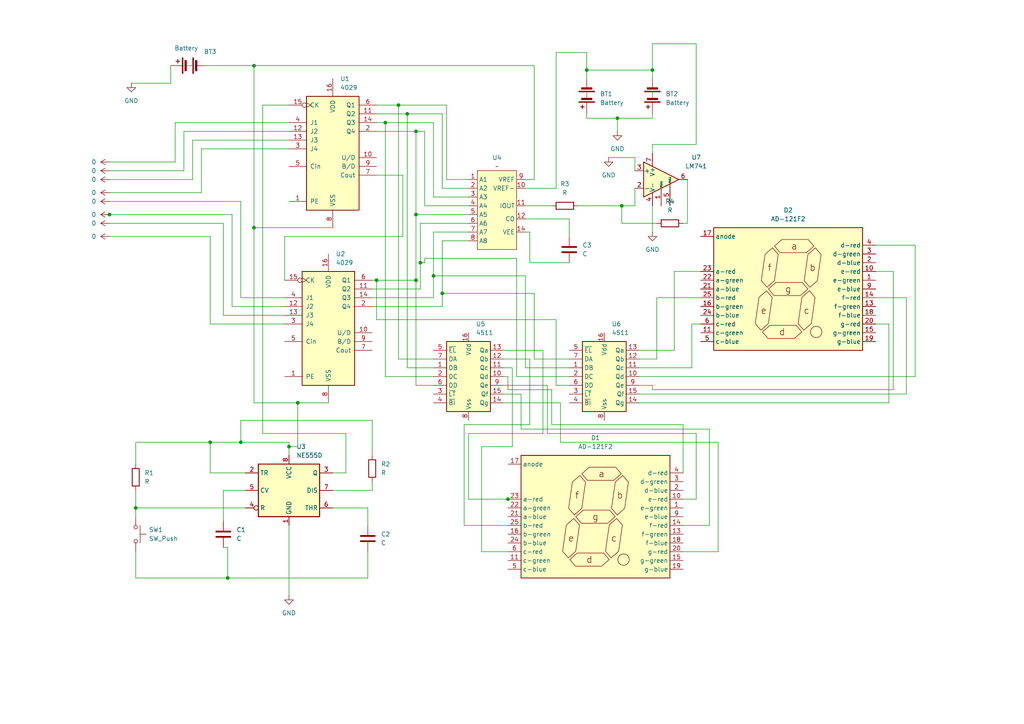
<source format=kicad_sch>
(kicad_sch
	(version 20250114)
	(generator "eeschema")
	(generator_version "9.0")
	(uuid "ee615247-402a-464e-ba34-99745c39093f")
	(paper "A4")
	(lib_symbols
		(symbol "4xxx:4029"
			(pin_names
				(offset 1.016)
			)
			(exclude_from_sim no)
			(in_bom yes)
			(on_board yes)
			(property "Reference" "U"
				(at -7.62 16.51 0)
				(effects
					(font
						(size 1.27 1.27)
					)
				)
			)
			(property "Value" "4029"
				(at -7.62 -19.05 0)
				(effects
					(font
						(size 1.27 1.27)
					)
				)
			)
			(property "Footprint" ""
				(at 0 0 0)
				(effects
					(font
						(size 1.27 1.27)
					)
					(hide yes)
				)
			)
			(property "Datasheet" "http://www.intersil.com/content/dam/Intersil/documents/cd40/cd4029bms.pdf"
				(at 0 0 0)
				(effects
					(font
						(size 1.27 1.27)
					)
					(hide yes)
				)
			)
			(property "Description" "Up/Down Counter"
				(at 0 0 0)
				(effects
					(font
						(size 1.27 1.27)
					)
					(hide yes)
				)
			)
			(property "ki_locked" ""
				(at 0 0 0)
				(effects
					(font
						(size 1.27 1.27)
					)
				)
			)
			(property "ki_keywords" "CMOS COUNTER"
				(at 0 0 0)
				(effects
					(font
						(size 1.27 1.27)
					)
					(hide yes)
				)
			)
			(property "ki_fp_filters" "DIP?16*"
				(at 0 0 0)
				(effects
					(font
						(size 1.27 1.27)
					)
					(hide yes)
				)
			)
			(symbol "4029_1_0"
				(pin input inverted_clock
					(at -12.7 12.7 0)
					(length 5.08)
					(name "CK"
						(effects
							(font
								(size 1.27 1.27)
							)
						)
					)
					(number "15"
						(effects
							(font
								(size 1.27 1.27)
							)
						)
					)
				)
				(pin input line
					(at -12.7 7.62 0)
					(length 5.08)
					(name "J1"
						(effects
							(font
								(size 1.27 1.27)
							)
						)
					)
					(number "4"
						(effects
							(font
								(size 1.27 1.27)
							)
						)
					)
				)
				(pin input line
					(at -12.7 5.08 0)
					(length 5.08)
					(name "J2"
						(effects
							(font
								(size 1.27 1.27)
							)
						)
					)
					(number "12"
						(effects
							(font
								(size 1.27 1.27)
							)
						)
					)
				)
				(pin input line
					(at -12.7 2.54 0)
					(length 5.08)
					(name "J3"
						(effects
							(font
								(size 1.27 1.27)
							)
						)
					)
					(number "13"
						(effects
							(font
								(size 1.27 1.27)
							)
						)
					)
				)
				(pin input line
					(at -12.7 0 0)
					(length 5.08)
					(name "J4"
						(effects
							(font
								(size 1.27 1.27)
							)
						)
					)
					(number "3"
						(effects
							(font
								(size 1.27 1.27)
							)
						)
					)
				)
				(pin input line
					(at -12.7 -5.08 0)
					(length 5.08)
					(name "Cin"
						(effects
							(font
								(size 1.27 1.27)
							)
						)
					)
					(number "5"
						(effects
							(font
								(size 1.27 1.27)
							)
						)
					)
				)
				(pin input line
					(at -12.7 -15.24 0)
					(length 5.08)
					(name "PE"
						(effects
							(font
								(size 1.27 1.27)
							)
						)
					)
					(number "1"
						(effects
							(font
								(size 1.27 1.27)
							)
						)
					)
				)
				(pin power_in line
					(at 0 20.32 270)
					(length 5.08)
					(name "VDD"
						(effects
							(font
								(size 1.27 1.27)
							)
						)
					)
					(number "16"
						(effects
							(font
								(size 1.27 1.27)
							)
						)
					)
				)
				(pin power_in line
					(at 0 -22.86 90)
					(length 5.08)
					(name "VSS"
						(effects
							(font
								(size 1.27 1.27)
							)
						)
					)
					(number "8"
						(effects
							(font
								(size 1.27 1.27)
							)
						)
					)
				)
				(pin output line
					(at 12.7 12.7 180)
					(length 5.08)
					(name "Q1"
						(effects
							(font
								(size 1.27 1.27)
							)
						)
					)
					(number "6"
						(effects
							(font
								(size 1.27 1.27)
							)
						)
					)
				)
				(pin output line
					(at 12.7 10.16 180)
					(length 5.08)
					(name "Q2"
						(effects
							(font
								(size 1.27 1.27)
							)
						)
					)
					(number "11"
						(effects
							(font
								(size 1.27 1.27)
							)
						)
					)
				)
				(pin output line
					(at 12.7 7.62 180)
					(length 5.08)
					(name "Q3"
						(effects
							(font
								(size 1.27 1.27)
							)
						)
					)
					(number "14"
						(effects
							(font
								(size 1.27 1.27)
							)
						)
					)
				)
				(pin output line
					(at 12.7 5.08 180)
					(length 5.08)
					(name "Q4"
						(effects
							(font
								(size 1.27 1.27)
							)
						)
					)
					(number "2"
						(effects
							(font
								(size 1.27 1.27)
							)
						)
					)
				)
				(pin input line
					(at 12.7 -2.54 180)
					(length 5.08)
					(name "U/D"
						(effects
							(font
								(size 1.27 1.27)
							)
						)
					)
					(number "10"
						(effects
							(font
								(size 1.27 1.27)
							)
						)
					)
				)
				(pin input line
					(at 12.7 -5.08 180)
					(length 5.08)
					(name "B/D"
						(effects
							(font
								(size 1.27 1.27)
							)
						)
					)
					(number "9"
						(effects
							(font
								(size 1.27 1.27)
							)
						)
					)
				)
				(pin output line
					(at 12.7 -7.62 180)
					(length 5.08)
					(name "Cout"
						(effects
							(font
								(size 1.27 1.27)
							)
						)
					)
					(number "7"
						(effects
							(font
								(size 1.27 1.27)
							)
						)
					)
				)
			)
			(symbol "4029_1_1"
				(rectangle
					(start -7.62 15.24)
					(end 7.62 -17.78)
					(stroke
						(width 0.254)
						(type default)
					)
					(fill
						(type background)
					)
				)
			)
			(embedded_fonts no)
		)
		(symbol "4xxx_IEEE:4511"
			(exclude_from_sim no)
			(in_bom yes)
			(on_board yes)
			(property "Reference" "U"
				(at 8.89 11.43 0)
				(effects
					(font
						(size 1.27 1.27)
					)
				)
			)
			(property "Value" "4511"
				(at 8.89 -11.43 0)
				(effects
					(font
						(size 1.27 1.27)
					)
				)
			)
			(property "Footprint" ""
				(at 0 0 0)
				(effects
					(font
						(size 1.27 1.27)
					)
					(hide yes)
				)
			)
			(property "Datasheet" ""
				(at 0 0 0)
				(effects
					(font
						(size 1.27 1.27)
					)
					(hide yes)
				)
			)
			(property "Description" ""
				(at 0 0 0)
				(effects
					(font
						(size 1.27 1.27)
					)
					(hide yes)
				)
			)
			(symbol "4511_0_1"
				(rectangle
					(start -6.35 10.16)
					(end 6.35 -10.16)
					(stroke
						(width 0.254)
						(type default)
					)
					(fill
						(type background)
					)
				)
			)
			(symbol "4511_1_1"
				(pin input line
					(at -10.16 7.62 0)
					(length 3.81)
					(name "~{EL}"
						(effects
							(font
								(size 1.27 1.27)
							)
						)
					)
					(number "5"
						(effects
							(font
								(size 1.27 1.27)
							)
						)
					)
				)
				(pin input line
					(at -10.16 5.08 0)
					(length 3.81)
					(name "DA"
						(effects
							(font
								(size 1.27 1.27)
							)
						)
					)
					(number "7"
						(effects
							(font
								(size 1.27 1.27)
							)
						)
					)
				)
				(pin input line
					(at -10.16 2.54 0)
					(length 3.81)
					(name "DB"
						(effects
							(font
								(size 1.27 1.27)
							)
						)
					)
					(number "1"
						(effects
							(font
								(size 1.27 1.27)
							)
						)
					)
				)
				(pin input line
					(at -10.16 0 0)
					(length 3.81)
					(name "DC"
						(effects
							(font
								(size 1.27 1.27)
							)
						)
					)
					(number "2"
						(effects
							(font
								(size 1.27 1.27)
							)
						)
					)
				)
				(pin input line
					(at -10.16 -2.54 0)
					(length 3.81)
					(name "DD"
						(effects
							(font
								(size 1.27 1.27)
							)
						)
					)
					(number "6"
						(effects
							(font
								(size 1.27 1.27)
							)
						)
					)
				)
				(pin input line
					(at -10.16 -5.08 0)
					(length 3.81)
					(name "~{LT}"
						(effects
							(font
								(size 1.27 1.27)
							)
						)
					)
					(number "3"
						(effects
							(font
								(size 1.27 1.27)
							)
						)
					)
				)
				(pin input line
					(at -10.16 -7.62 0)
					(length 3.81)
					(name "~{BI}"
						(effects
							(font
								(size 1.27 1.27)
							)
						)
					)
					(number "4"
						(effects
							(font
								(size 1.27 1.27)
							)
						)
					)
				)
				(pin power_in line
					(at 0 12.7 270)
					(length 2.54)
					(name "Vdd"
						(effects
							(font
								(size 1.27 1.27)
							)
						)
					)
					(number "16"
						(effects
							(font
								(size 1.27 1.27)
							)
						)
					)
				)
				(pin power_in line
					(at 0 -12.7 90)
					(length 2.54)
					(name "Vss"
						(effects
							(font
								(size 1.27 1.27)
							)
						)
					)
					(number "8"
						(effects
							(font
								(size 1.27 1.27)
							)
						)
					)
				)
				(pin output line
					(at 10.16 7.62 180)
					(length 3.81)
					(name "Qa"
						(effects
							(font
								(size 1.27 1.27)
							)
						)
					)
					(number "13"
						(effects
							(font
								(size 1.27 1.27)
							)
						)
					)
				)
				(pin output line
					(at 10.16 5.08 180)
					(length 3.81)
					(name "Qb"
						(effects
							(font
								(size 1.27 1.27)
							)
						)
					)
					(number "12"
						(effects
							(font
								(size 1.27 1.27)
							)
						)
					)
				)
				(pin output line
					(at 10.16 2.54 180)
					(length 3.81)
					(name "Qc"
						(effects
							(font
								(size 1.27 1.27)
							)
						)
					)
					(number "11"
						(effects
							(font
								(size 1.27 1.27)
							)
						)
					)
				)
				(pin output line
					(at 10.16 0 180)
					(length 3.81)
					(name "Qd"
						(effects
							(font
								(size 1.27 1.27)
							)
						)
					)
					(number "10"
						(effects
							(font
								(size 1.27 1.27)
							)
						)
					)
				)
				(pin output line
					(at 10.16 -2.54 180)
					(length 3.81)
					(name "Qe"
						(effects
							(font
								(size 1.27 1.27)
							)
						)
					)
					(number "9"
						(effects
							(font
								(size 1.27 1.27)
							)
						)
					)
				)
				(pin output line
					(at 10.16 -5.08 180)
					(length 3.81)
					(name "Qf"
						(effects
							(font
								(size 1.27 1.27)
							)
						)
					)
					(number "15"
						(effects
							(font
								(size 1.27 1.27)
							)
						)
					)
				)
				(pin output line
					(at 10.16 -7.62 180)
					(length 3.81)
					(name "Qg"
						(effects
							(font
								(size 1.27 1.27)
							)
						)
					)
					(number "14"
						(effects
							(font
								(size 1.27 1.27)
							)
						)
					)
				)
			)
			(embedded_fonts no)
		)
		(symbol "Amplifier_Operational:LM741"
			(pin_names
				(offset 0.127)
			)
			(exclude_from_sim no)
			(in_bom yes)
			(on_board yes)
			(property "Reference" "U"
				(at 0 6.35 0)
				(effects
					(font
						(size 1.27 1.27)
					)
					(justify left)
				)
			)
			(property "Value" "LM741"
				(at 0 3.81 0)
				(effects
					(font
						(size 1.27 1.27)
					)
					(justify left)
				)
			)
			(property "Footprint" ""
				(at 1.27 1.27 0)
				(effects
					(font
						(size 1.27 1.27)
					)
					(hide yes)
				)
			)
			(property "Datasheet" "http://www.ti.com/lit/ds/symlink/lm741.pdf"
				(at 3.81 3.81 0)
				(effects
					(font
						(size 1.27 1.27)
					)
					(hide yes)
				)
			)
			(property "Description" "Operational Amplifier, DIP-8/TO-99-8"
				(at 0 0 0)
				(effects
					(font
						(size 1.27 1.27)
					)
					(hide yes)
				)
			)
			(property "ki_keywords" "single opamp"
				(at 0 0 0)
				(effects
					(font
						(size 1.27 1.27)
					)
					(hide yes)
				)
			)
			(property "ki_fp_filters" "SOIC*3.9x4.9mm*P1.27mm* DIP*W7.62mm* TSSOP*3x3mm*P0.65mm*"
				(at 0 0 0)
				(effects
					(font
						(size 1.27 1.27)
					)
					(hide yes)
				)
			)
			(symbol "LM741_0_1"
				(polyline
					(pts
						(xy -5.08 5.08) (xy 5.08 0) (xy -5.08 -5.08) (xy -5.08 5.08)
					)
					(stroke
						(width 0.254)
						(type default)
					)
					(fill
						(type background)
					)
				)
			)
			(symbol "LM741_1_1"
				(pin input line
					(at -7.62 2.54 0)
					(length 2.54)
					(name "+"
						(effects
							(font
								(size 1.27 1.27)
							)
						)
					)
					(number "3"
						(effects
							(font
								(size 1.27 1.27)
							)
						)
					)
				)
				(pin input line
					(at -7.62 -2.54 0)
					(length 2.54)
					(name "-"
						(effects
							(font
								(size 1.27 1.27)
							)
						)
					)
					(number "2"
						(effects
							(font
								(size 1.27 1.27)
							)
						)
					)
				)
				(pin power_in line
					(at -2.54 7.62 270)
					(length 3.81)
					(name "V+"
						(effects
							(font
								(size 1.27 1.27)
							)
						)
					)
					(number "7"
						(effects
							(font
								(size 1.27 1.27)
							)
						)
					)
				)
				(pin power_in line
					(at -2.54 -7.62 90)
					(length 3.81)
					(name "V-"
						(effects
							(font
								(size 1.27 1.27)
							)
						)
					)
					(number "4"
						(effects
							(font
								(size 1.27 1.27)
							)
						)
					)
				)
				(pin no_connect line
					(at 0 2.54 270)
					(length 2.54)
					(hide yes)
					(name "NC"
						(effects
							(font
								(size 1.27 1.27)
							)
						)
					)
					(number "8"
						(effects
							(font
								(size 1.27 1.27)
							)
						)
					)
				)
				(pin input line
					(at 0 -7.62 90)
					(length 5.08)
					(name "NULL"
						(effects
							(font
								(size 0.508 0.508)
							)
						)
					)
					(number "1"
						(effects
							(font
								(size 1.27 1.27)
							)
						)
					)
				)
				(pin input line
					(at 2.54 -7.62 90)
					(length 6.35)
					(name "NULL"
						(effects
							(font
								(size 0.508 0.508)
							)
						)
					)
					(number "5"
						(effects
							(font
								(size 1.27 1.27)
							)
						)
					)
				)
				(pin output line
					(at 7.62 0 180)
					(length 2.54)
					(name "~"
						(effects
							(font
								(size 1.27 1.27)
							)
						)
					)
					(number "6"
						(effects
							(font
								(size 1.27 1.27)
							)
						)
					)
				)
			)
			(embedded_fonts no)
		)
		(symbol "Device:Battery"
			(pin_numbers
				(hide yes)
			)
			(pin_names
				(offset 0)
				(hide yes)
			)
			(exclude_from_sim no)
			(in_bom yes)
			(on_board yes)
			(property "Reference" "BT"
				(at 2.54 2.54 0)
				(effects
					(font
						(size 1.27 1.27)
					)
					(justify left)
				)
			)
			(property "Value" "Battery"
				(at 2.54 0 0)
				(effects
					(font
						(size 1.27 1.27)
					)
					(justify left)
				)
			)
			(property "Footprint" ""
				(at 0 1.524 90)
				(effects
					(font
						(size 1.27 1.27)
					)
					(hide yes)
				)
			)
			(property "Datasheet" "~"
				(at 0 1.524 90)
				(effects
					(font
						(size 1.27 1.27)
					)
					(hide yes)
				)
			)
			(property "Description" "Multiple-cell battery"
				(at 0 0 0)
				(effects
					(font
						(size 1.27 1.27)
					)
					(hide yes)
				)
			)
			(property "ki_keywords" "batt voltage-source cell"
				(at 0 0 0)
				(effects
					(font
						(size 1.27 1.27)
					)
					(hide yes)
				)
			)
			(symbol "Battery_0_1"
				(rectangle
					(start -2.286 1.778)
					(end 2.286 1.524)
					(stroke
						(width 0)
						(type default)
					)
					(fill
						(type outline)
					)
				)
				(rectangle
					(start -2.286 -1.27)
					(end 2.286 -1.524)
					(stroke
						(width 0)
						(type default)
					)
					(fill
						(type outline)
					)
				)
				(rectangle
					(start -1.524 1.016)
					(end 1.524 0.508)
					(stroke
						(width 0)
						(type default)
					)
					(fill
						(type outline)
					)
				)
				(rectangle
					(start -1.524 -2.032)
					(end 1.524 -2.54)
					(stroke
						(width 0)
						(type default)
					)
					(fill
						(type outline)
					)
				)
				(polyline
					(pts
						(xy 0 1.778) (xy 0 2.54)
					)
					(stroke
						(width 0)
						(type default)
					)
					(fill
						(type none)
					)
				)
				(polyline
					(pts
						(xy 0 0) (xy 0 0.254)
					)
					(stroke
						(width 0)
						(type default)
					)
					(fill
						(type none)
					)
				)
				(polyline
					(pts
						(xy 0 -0.508) (xy 0 -0.254)
					)
					(stroke
						(width 0)
						(type default)
					)
					(fill
						(type none)
					)
				)
				(polyline
					(pts
						(xy 0 -1.016) (xy 0 -0.762)
					)
					(stroke
						(width 0)
						(type default)
					)
					(fill
						(type none)
					)
				)
				(polyline
					(pts
						(xy 0.762 3.048) (xy 1.778 3.048)
					)
					(stroke
						(width 0.254)
						(type default)
					)
					(fill
						(type none)
					)
				)
				(polyline
					(pts
						(xy 1.27 3.556) (xy 1.27 2.54)
					)
					(stroke
						(width 0.254)
						(type default)
					)
					(fill
						(type none)
					)
				)
			)
			(symbol "Battery_1_1"
				(pin passive line
					(at 0 5.08 270)
					(length 2.54)
					(name "+"
						(effects
							(font
								(size 1.27 1.27)
							)
						)
					)
					(number "1"
						(effects
							(font
								(size 1.27 1.27)
							)
						)
					)
				)
				(pin passive line
					(at 0 -5.08 90)
					(length 2.54)
					(name "-"
						(effects
							(font
								(size 1.27 1.27)
							)
						)
					)
					(number "2"
						(effects
							(font
								(size 1.27 1.27)
							)
						)
					)
				)
			)
			(embedded_fonts no)
		)
		(symbol "Device:C"
			(pin_numbers
				(hide yes)
			)
			(pin_names
				(offset 0.254)
			)
			(exclude_from_sim no)
			(in_bom yes)
			(on_board yes)
			(property "Reference" "C"
				(at 0.635 2.54 0)
				(effects
					(font
						(size 1.27 1.27)
					)
					(justify left)
				)
			)
			(property "Value" "C"
				(at 0.635 -2.54 0)
				(effects
					(font
						(size 1.27 1.27)
					)
					(justify left)
				)
			)
			(property "Footprint" ""
				(at 0.9652 -3.81 0)
				(effects
					(font
						(size 1.27 1.27)
					)
					(hide yes)
				)
			)
			(property "Datasheet" "~"
				(at 0 0 0)
				(effects
					(font
						(size 1.27 1.27)
					)
					(hide yes)
				)
			)
			(property "Description" "Unpolarized capacitor"
				(at 0 0 0)
				(effects
					(font
						(size 1.27 1.27)
					)
					(hide yes)
				)
			)
			(property "ki_keywords" "cap capacitor"
				(at 0 0 0)
				(effects
					(font
						(size 1.27 1.27)
					)
					(hide yes)
				)
			)
			(property "ki_fp_filters" "C_*"
				(at 0 0 0)
				(effects
					(font
						(size 1.27 1.27)
					)
					(hide yes)
				)
			)
			(symbol "C_0_1"
				(polyline
					(pts
						(xy -2.032 0.762) (xy 2.032 0.762)
					)
					(stroke
						(width 0.508)
						(type default)
					)
					(fill
						(type none)
					)
				)
				(polyline
					(pts
						(xy -2.032 -0.762) (xy 2.032 -0.762)
					)
					(stroke
						(width 0.508)
						(type default)
					)
					(fill
						(type none)
					)
				)
			)
			(symbol "C_1_1"
				(pin passive line
					(at 0 3.81 270)
					(length 2.794)
					(name "~"
						(effects
							(font
								(size 1.27 1.27)
							)
						)
					)
					(number "1"
						(effects
							(font
								(size 1.27 1.27)
							)
						)
					)
				)
				(pin passive line
					(at 0 -3.81 90)
					(length 2.794)
					(name "~"
						(effects
							(font
								(size 1.27 1.27)
							)
						)
					)
					(number "2"
						(effects
							(font
								(size 1.27 1.27)
							)
						)
					)
				)
			)
			(embedded_fonts no)
		)
		(symbol "Device:R"
			(pin_numbers
				(hide yes)
			)
			(pin_names
				(offset 0)
			)
			(exclude_from_sim no)
			(in_bom yes)
			(on_board yes)
			(property "Reference" "R"
				(at 2.032 0 90)
				(effects
					(font
						(size 1.27 1.27)
					)
				)
			)
			(property "Value" "R"
				(at 0 0 90)
				(effects
					(font
						(size 1.27 1.27)
					)
				)
			)
			(property "Footprint" ""
				(at -1.778 0 90)
				(effects
					(font
						(size 1.27 1.27)
					)
					(hide yes)
				)
			)
			(property "Datasheet" "~"
				(at 0 0 0)
				(effects
					(font
						(size 1.27 1.27)
					)
					(hide yes)
				)
			)
			(property "Description" "Resistor"
				(at 0 0 0)
				(effects
					(font
						(size 1.27 1.27)
					)
					(hide yes)
				)
			)
			(property "ki_keywords" "R res resistor"
				(at 0 0 0)
				(effects
					(font
						(size 1.27 1.27)
					)
					(hide yes)
				)
			)
			(property "ki_fp_filters" "R_*"
				(at 0 0 0)
				(effects
					(font
						(size 1.27 1.27)
					)
					(hide yes)
				)
			)
			(symbol "R_0_1"
				(rectangle
					(start -1.016 -2.54)
					(end 1.016 2.54)
					(stroke
						(width 0.254)
						(type default)
					)
					(fill
						(type none)
					)
				)
			)
			(symbol "R_1_1"
				(pin passive line
					(at 0 3.81 270)
					(length 1.27)
					(name "~"
						(effects
							(font
								(size 1.27 1.27)
							)
						)
					)
					(number "1"
						(effects
							(font
								(size 1.27 1.27)
							)
						)
					)
				)
				(pin passive line
					(at 0 -3.81 90)
					(length 1.27)
					(name "~"
						(effects
							(font
								(size 1.27 1.27)
							)
						)
					)
					(number "2"
						(effects
							(font
								(size 1.27 1.27)
							)
						)
					)
				)
			)
			(embedded_fonts no)
		)
		(symbol "Display_Character:AD-121F2"
			(exclude_from_sim no)
			(in_bom yes)
			(on_board yes)
			(property "Reference" "D"
				(at -21.59 21.59 0)
				(effects
					(font
						(size 1.27 1.27)
					)
					(justify left)
				)
			)
			(property "Value" "AD-121F2"
				(at -21.59 19.05 0)
				(effects
					(font
						(size 1.27 1.27)
					)
					(justify left)
				)
			)
			(property "Footprint" "Display_7Segment:AD-121F2"
				(at -21.59 24.13 0)
				(effects
					(font
						(size 1.27 1.27)
					)
					(justify left)
					(hide yes)
				)
			)
			(property "Datasheet" "http://usasyck.com/products/AD-121F2_cat_e.pdf"
				(at 0 0 0)
				(effects
					(font
						(size 1.27 1.27)
					)
					(hide yes)
				)
			)
			(property "Description" "Single Digit 7-segment RGB LED Display, 1-inch digit height, common anode"
				(at 0 0 0)
				(effects
					(font
						(size 1.27 1.27)
					)
					(hide yes)
				)
			)
			(property "ki_keywords" "display RGB LED digit 7-segment"
				(at 0 0 0)
				(effects
					(font
						(size 1.27 1.27)
					)
					(hide yes)
				)
			)
			(property "ki_fp_filters" "AD*121F2*"
				(at 0 0 0)
				(effects
					(font
						(size 1.27 1.27)
					)
					(hide yes)
				)
			)
			(symbol "AD-121F2_0_1"
				(rectangle
					(start -21.59 17.78)
					(end 21.59 -17.78)
					(stroke
						(width 0.254)
						(type default)
					)
					(fill
						(type background)
					)
				)
				(polyline
					(pts
						(xy -7.8994 -11.938) (xy -5.7404 -10.033) (xy -4.6482 -2.413) (xy -6.2992 -0.508) (xy -8.4582 -2.413)
						(xy -9.5504 -10.033) (xy -7.8994 -11.938)
					)
					(stroke
						(width 0)
						(type default)
					)
					(fill
						(type none)
					)
				)
				(polyline
					(pts
						(xy -7.4676 -12.446) (xy -5.2832 -10.541) (xy 2.3368 -10.541) (xy 3.9624 -12.446) (xy 1.8034 -14.351)
						(xy -5.8166 -14.351) (xy -7.4676 -12.446)
					)
					(stroke
						(width 0)
						(type default)
					)
					(fill
						(type none)
					)
				)
				(polyline
					(pts
						(xy -6.1468 0.508) (xy -3.9878 2.413) (xy -2.8956 10.033) (xy -4.5466 11.938) (xy -6.7056 10.033)
						(xy -7.7978 2.413) (xy -6.1468 0.508)
					)
					(stroke
						(width 0)
						(type default)
					)
					(fill
						(type none)
					)
				)
				(polyline
					(pts
						(xy -5.715 0) (xy -3.5306 1.905) (xy 4.0894 1.905) (xy 5.715 0) (xy 3.5306 -1.905) (xy -4.0894 -1.905)
						(xy -5.715 0)
					)
					(stroke
						(width 0)
						(type default)
					)
					(fill
						(type none)
					)
				)
				(polyline
					(pts
						(xy -3.9624 12.446) (xy -1.8034 14.351) (xy 5.8166 14.351) (xy 7.4676 12.446) (xy 5.2832 10.541)
						(xy -2.3368 10.541) (xy -3.9624 12.446)
					)
					(stroke
						(width 0)
						(type default)
					)
					(fill
						(type none)
					)
				)
				(polyline
					(pts
						(xy 4.5466 -11.938) (xy 6.7056 -10.033) (xy 7.7978 -2.413) (xy 6.1468 -0.508) (xy 3.9878 -2.413)
						(xy 2.8956 -10.033) (xy 4.5466 -11.938)
					)
					(stroke
						(width 0)
						(type default)
					)
					(fill
						(type none)
					)
				)
				(polyline
					(pts
						(xy 6.2992 0.508) (xy 8.4582 2.413) (xy 9.5504 10.033) (xy 7.8994 11.938) (xy 5.7404 10.033) (xy 4.6482 2.413)
						(xy 6.2992 0.508)
					)
					(stroke
						(width 0)
						(type default)
					)
					(fill
						(type none)
					)
				)
				(circle
					(center 8.128 -12.446)
					(radius 1.651)
					(stroke
						(width 0)
						(type default)
					)
					(fill
						(type none)
					)
				)
				(text "e"
					(at -7.0866 -6.223 0)
					(effects
						(font
							(size 1.905 1.905)
						)
					)
				)
				(text "f"
					(at -5.3594 6.223 0)
					(effects
						(font
							(size 1.905 1.905)
						)
					)
				)
				(text "d"
					(at -1.7526 -12.446 0)
					(effects
						(font
							(size 1.905 1.905)
						)
					)
				)
				(text "g"
					(at 0 0 0)
					(effects
						(font
							(size 1.905 1.905)
						)
					)
				)
				(text "a"
					(at 1.7526 12.446 0)
					(effects
						(font
							(size 1.905 1.905)
						)
					)
				)
				(text "c"
					(at 5.3594 -6.223 0)
					(effects
						(font
							(size 1.905 1.905)
						)
					)
				)
				(text "b"
					(at 7.0866 6.223 0)
					(effects
						(font
							(size 1.905 1.905)
						)
					)
				)
				(pin passive line
					(at -25.4 15.24 0)
					(length 3.81)
					(name "anode"
						(effects
							(font
								(size 1.27 1.27)
							)
						)
					)
					(number "17"
						(effects
							(font
								(size 1.27 1.27)
							)
						)
					)
				)
				(pin passive line
					(at -25.4 5.08 0)
					(length 3.81)
					(name "a-red"
						(effects
							(font
								(size 1.27 1.27)
							)
						)
					)
					(number "23"
						(effects
							(font
								(size 1.27 1.27)
							)
						)
					)
				)
				(pin passive line
					(at -25.4 2.54 0)
					(length 3.81)
					(name "a-green"
						(effects
							(font
								(size 1.27 1.27)
							)
						)
					)
					(number "22"
						(effects
							(font
								(size 1.27 1.27)
							)
						)
					)
				)
				(pin passive line
					(at -25.4 0 0)
					(length 3.81)
					(name "a-blue"
						(effects
							(font
								(size 1.27 1.27)
							)
						)
					)
					(number "21"
						(effects
							(font
								(size 1.27 1.27)
							)
						)
					)
				)
				(pin passive line
					(at -25.4 -2.54 0)
					(length 3.81)
					(name "b-red"
						(effects
							(font
								(size 1.27 1.27)
							)
						)
					)
					(number "25"
						(effects
							(font
								(size 1.27 1.27)
							)
						)
					)
				)
				(pin passive line
					(at -25.4 -5.08 0)
					(length 3.81)
					(name "b-green"
						(effects
							(font
								(size 1.27 1.27)
							)
						)
					)
					(number "16"
						(effects
							(font
								(size 1.27 1.27)
							)
						)
					)
				)
				(pin passive line
					(at -25.4 -7.62 0)
					(length 3.81)
					(name "b-blue"
						(effects
							(font
								(size 1.27 1.27)
							)
						)
					)
					(number "24"
						(effects
							(font
								(size 1.27 1.27)
							)
						)
					)
				)
				(pin passive line
					(at -25.4 -10.16 0)
					(length 3.81)
					(name "c-red"
						(effects
							(font
								(size 1.27 1.27)
							)
						)
					)
					(number "6"
						(effects
							(font
								(size 1.27 1.27)
							)
						)
					)
				)
				(pin passive line
					(at -25.4 -12.7 0)
					(length 3.81)
					(name "c-green"
						(effects
							(font
								(size 1.27 1.27)
							)
						)
					)
					(number "11"
						(effects
							(font
								(size 1.27 1.27)
							)
						)
					)
				)
				(pin passive line
					(at -25.4 -15.24 0)
					(length 3.81)
					(name "c-blue"
						(effects
							(font
								(size 1.27 1.27)
							)
						)
					)
					(number "5"
						(effects
							(font
								(size 1.27 1.27)
							)
						)
					)
				)
				(pin passive line
					(at 25.4 12.7 180)
					(length 3.81)
					(name "d-red"
						(effects
							(font
								(size 1.27 1.27)
							)
						)
					)
					(number "4"
						(effects
							(font
								(size 1.27 1.27)
							)
						)
					)
				)
				(pin passive line
					(at 25.4 10.16 180)
					(length 3.81)
					(name "d-green"
						(effects
							(font
								(size 1.27 1.27)
							)
						)
					)
					(number "3"
						(effects
							(font
								(size 1.27 1.27)
							)
						)
					)
				)
				(pin passive line
					(at 25.4 7.62 180)
					(length 3.81)
					(name "d-blue"
						(effects
							(font
								(size 1.27 1.27)
							)
						)
					)
					(number "2"
						(effects
							(font
								(size 1.27 1.27)
							)
						)
					)
				)
				(pin passive line
					(at 25.4 5.08 180)
					(length 3.81)
					(name "e-red"
						(effects
							(font
								(size 1.27 1.27)
							)
						)
					)
					(number "10"
						(effects
							(font
								(size 1.27 1.27)
							)
						)
					)
				)
				(pin passive line
					(at 25.4 2.54 180)
					(length 3.81)
					(name "e-green"
						(effects
							(font
								(size 1.27 1.27)
							)
						)
					)
					(number "1"
						(effects
							(font
								(size 1.27 1.27)
							)
						)
					)
				)
				(pin passive line
					(at 25.4 0 180)
					(length 3.81)
					(name "e-blue"
						(effects
							(font
								(size 1.27 1.27)
							)
						)
					)
					(number "9"
						(effects
							(font
								(size 1.27 1.27)
							)
						)
					)
				)
				(pin passive line
					(at 25.4 -2.54 180)
					(length 3.81)
					(name "f-red"
						(effects
							(font
								(size 1.27 1.27)
							)
						)
					)
					(number "14"
						(effects
							(font
								(size 1.27 1.27)
							)
						)
					)
				)
				(pin passive line
					(at 25.4 -5.08 180)
					(length 3.81)
					(name "f-green"
						(effects
							(font
								(size 1.27 1.27)
							)
						)
					)
					(number "13"
						(effects
							(font
								(size 1.27 1.27)
							)
						)
					)
				)
				(pin passive line
					(at 25.4 -7.62 180)
					(length 3.81)
					(name "f-blue"
						(effects
							(font
								(size 1.27 1.27)
							)
						)
					)
					(number "18"
						(effects
							(font
								(size 1.27 1.27)
							)
						)
					)
				)
				(pin passive line
					(at 25.4 -10.16 180)
					(length 3.81)
					(name "g-red"
						(effects
							(font
								(size 1.27 1.27)
							)
						)
					)
					(number "20"
						(effects
							(font
								(size 1.27 1.27)
							)
						)
					)
				)
				(pin passive line
					(at 25.4 -12.7 180)
					(length 3.81)
					(name "g-green"
						(effects
							(font
								(size 1.27 1.27)
							)
						)
					)
					(number "15"
						(effects
							(font
								(size 1.27 1.27)
							)
						)
					)
				)
				(pin passive line
					(at 25.4 -15.24 180)
					(length 3.81)
					(name "g-blue"
						(effects
							(font
								(size 1.27 1.27)
							)
						)
					)
					(number "19"
						(effects
							(font
								(size 1.27 1.27)
							)
						)
					)
				)
			)
			(embedded_fonts no)
		)
		(symbol "New_Library:DAC8080"
			(exclude_from_sim no)
			(in_bom yes)
			(on_board yes)
			(property "Reference" "U"
				(at 0 0 0)
				(effects
					(font
						(size 1.27 1.27)
					)
				)
			)
			(property "Value" ""
				(at 0 0 0)
				(effects
					(font
						(size 1.27 1.27)
					)
				)
			)
			(property "Footprint" ""
				(at 0 0 0)
				(effects
					(font
						(size 1.27 1.27)
					)
					(hide yes)
				)
			)
			(property "Datasheet" ""
				(at 0 0 0)
				(effects
					(font
						(size 1.27 1.27)
					)
					(hide yes)
				)
			)
			(property "Description" ""
				(at 0 0 0)
				(effects
					(font
						(size 1.27 1.27)
					)
					(hide yes)
				)
			)
			(symbol "DAC8080_1_1"
				(rectangle
					(start 12.7 16.51)
					(end 24.13 -6.35)
					(stroke
						(width 0)
						(type solid)
					)
					(fill
						(type background)
					)
				)
				(pin input line
					(at 10.16 13.97 0)
					(length 2.54)
					(name "A1"
						(effects
							(font
								(size 1.27 1.27)
							)
						)
					)
					(number "1"
						(effects
							(font
								(size 1.27 1.27)
							)
						)
					)
				)
				(pin input line
					(at 10.16 11.43 0)
					(length 2.54)
					(name "A2"
						(effects
							(font
								(size 1.27 1.27)
							)
						)
					)
					(number "2"
						(effects
							(font
								(size 1.27 1.27)
							)
						)
					)
				)
				(pin input line
					(at 10.16 8.89 0)
					(length 2.54)
					(name "A3"
						(effects
							(font
								(size 1.27 1.27)
							)
						)
					)
					(number "3"
						(effects
							(font
								(size 1.27 1.27)
							)
						)
					)
				)
				(pin input line
					(at 10.16 6.35 0)
					(length 2.54)
					(name "A4"
						(effects
							(font
								(size 1.27 1.27)
							)
						)
					)
					(number "4"
						(effects
							(font
								(size 1.27 1.27)
							)
						)
					)
				)
				(pin input line
					(at 10.16 3.81 0)
					(length 2.54)
					(name "A5"
						(effects
							(font
								(size 1.27 1.27)
							)
						)
					)
					(number "5"
						(effects
							(font
								(size 1.27 1.27)
							)
						)
					)
				)
				(pin input line
					(at 10.16 1.27 0)
					(length 2.54)
					(name "A6"
						(effects
							(font
								(size 1.27 1.27)
							)
						)
					)
					(number "6"
						(effects
							(font
								(size 1.27 1.27)
							)
						)
					)
				)
				(pin input line
					(at 10.16 -1.27 0)
					(length 2.54)
					(name "A7"
						(effects
							(font
								(size 1.27 1.27)
							)
						)
					)
					(number "7"
						(effects
							(font
								(size 1.27 1.27)
							)
						)
					)
				)
				(pin input line
					(at 10.16 -3.81 0)
					(length 2.54)
					(name "A8"
						(effects
							(font
								(size 1.27 1.27)
							)
						)
					)
					(number "8"
						(effects
							(font
								(size 1.27 1.27)
							)
						)
					)
				)
				(pin input line
					(at 26.67 13.97 180)
					(length 2.54)
					(name "VREF"
						(effects
							(font
								(size 1.27 1.27)
							)
						)
					)
					(number "9"
						(effects
							(font
								(size 1.27 1.27)
							)
						)
					)
				)
				(pin input line
					(at 26.67 11.43 180)
					(length 2.54)
					(name "VREF-"
						(effects
							(font
								(size 1.27 1.27)
							)
						)
					)
					(number "10"
						(effects
							(font
								(size 1.27 1.27)
							)
						)
					)
				)
				(pin input line
					(at 26.67 6.35 180)
					(length 2.54)
					(name "IOUT"
						(effects
							(font
								(size 1.27 1.27)
							)
						)
					)
					(number "11"
						(effects
							(font
								(size 1.27 1.27)
							)
						)
					)
				)
				(pin input line
					(at 26.67 2.54 180)
					(length 2.54)
					(name "CO"
						(effects
							(font
								(size 1.27 1.27)
							)
						)
					)
					(number "12"
						(effects
							(font
								(size 1.27 1.27)
							)
						)
					)
				)
				(pin input line
					(at 26.67 -1.27 180)
					(length 2.54)
					(name "VEE"
						(effects
							(font
								(size 1.27 1.27)
							)
						)
					)
					(number "14"
						(effects
							(font
								(size 1.27 1.27)
							)
						)
					)
				)
			)
			(embedded_fonts no)
		)
		(symbol "Switch:SW_Push"
			(pin_numbers
				(hide yes)
			)
			(pin_names
				(offset 1.016)
				(hide yes)
			)
			(exclude_from_sim no)
			(in_bom yes)
			(on_board yes)
			(property "Reference" "SW"
				(at 1.27 2.54 0)
				(effects
					(font
						(size 1.27 1.27)
					)
					(justify left)
				)
			)
			(property "Value" "SW_Push"
				(at 0 -1.524 0)
				(effects
					(font
						(size 1.27 1.27)
					)
				)
			)
			(property "Footprint" ""
				(at 0 5.08 0)
				(effects
					(font
						(size 1.27 1.27)
					)
					(hide yes)
				)
			)
			(property "Datasheet" "~"
				(at 0 5.08 0)
				(effects
					(font
						(size 1.27 1.27)
					)
					(hide yes)
				)
			)
			(property "Description" "Push button switch, generic, two pins"
				(at 0 0 0)
				(effects
					(font
						(size 1.27 1.27)
					)
					(hide yes)
				)
			)
			(property "ki_keywords" "switch normally-open pushbutton push-button"
				(at 0 0 0)
				(effects
					(font
						(size 1.27 1.27)
					)
					(hide yes)
				)
			)
			(symbol "SW_Push_0_1"
				(circle
					(center -2.032 0)
					(radius 0.508)
					(stroke
						(width 0)
						(type default)
					)
					(fill
						(type none)
					)
				)
				(polyline
					(pts
						(xy 0 1.27) (xy 0 3.048)
					)
					(stroke
						(width 0)
						(type default)
					)
					(fill
						(type none)
					)
				)
				(circle
					(center 2.032 0)
					(radius 0.508)
					(stroke
						(width 0)
						(type default)
					)
					(fill
						(type none)
					)
				)
				(polyline
					(pts
						(xy 2.54 1.27) (xy -2.54 1.27)
					)
					(stroke
						(width 0)
						(type default)
					)
					(fill
						(type none)
					)
				)
				(pin passive line
					(at -5.08 0 0)
					(length 2.54)
					(name "1"
						(effects
							(font
								(size 1.27 1.27)
							)
						)
					)
					(number "1"
						(effects
							(font
								(size 1.27 1.27)
							)
						)
					)
				)
				(pin passive line
					(at 5.08 0 180)
					(length 2.54)
					(name "2"
						(effects
							(font
								(size 1.27 1.27)
							)
						)
					)
					(number "2"
						(effects
							(font
								(size 1.27 1.27)
							)
						)
					)
				)
			)
			(embedded_fonts no)
		)
		(symbol "Timer:NE555D"
			(exclude_from_sim no)
			(in_bom yes)
			(on_board yes)
			(property "Reference" "U"
				(at -10.16 8.89 0)
				(effects
					(font
						(size 1.27 1.27)
					)
					(justify left)
				)
			)
			(property "Value" "NE555D"
				(at 2.54 8.89 0)
				(effects
					(font
						(size 1.27 1.27)
					)
					(justify left)
				)
			)
			(property "Footprint" "Package_SO:SOIC-8_3.9x4.9mm_P1.27mm"
				(at 21.59 -10.16 0)
				(effects
					(font
						(size 1.27 1.27)
					)
					(hide yes)
				)
			)
			(property "Datasheet" "http://www.ti.com/lit/ds/symlink/ne555.pdf"
				(at 21.59 -10.16 0)
				(effects
					(font
						(size 1.27 1.27)
					)
					(hide yes)
				)
			)
			(property "Description" "Precision Timers, 555 compatible, SOIC-8"
				(at 0 0 0)
				(effects
					(font
						(size 1.27 1.27)
					)
					(hide yes)
				)
			)
			(property "ki_keywords" "single timer 555"
				(at 0 0 0)
				(effects
					(font
						(size 1.27 1.27)
					)
					(hide yes)
				)
			)
			(property "ki_fp_filters" "SOIC*3.9x4.9mm*P1.27mm*"
				(at 0 0 0)
				(effects
					(font
						(size 1.27 1.27)
					)
					(hide yes)
				)
			)
			(symbol "NE555D_0_0"
				(pin power_in line
					(at 0 10.16 270)
					(length 2.54)
					(name "VCC"
						(effects
							(font
								(size 1.27 1.27)
							)
						)
					)
					(number "8"
						(effects
							(font
								(size 1.27 1.27)
							)
						)
					)
				)
				(pin power_in line
					(at 0 -10.16 90)
					(length 2.54)
					(name "GND"
						(effects
							(font
								(size 1.27 1.27)
							)
						)
					)
					(number "1"
						(effects
							(font
								(size 1.27 1.27)
							)
						)
					)
				)
			)
			(symbol "NE555D_0_1"
				(rectangle
					(start -8.89 -7.62)
					(end 8.89 7.62)
					(stroke
						(width 0.254)
						(type default)
					)
					(fill
						(type background)
					)
				)
				(rectangle
					(start -8.89 -7.62)
					(end 8.89 7.62)
					(stroke
						(width 0.254)
						(type default)
					)
					(fill
						(type background)
					)
				)
			)
			(symbol "NE555D_1_1"
				(pin input line
					(at -12.7 5.08 0)
					(length 3.81)
					(name "TR"
						(effects
							(font
								(size 1.27 1.27)
							)
						)
					)
					(number "2"
						(effects
							(font
								(size 1.27 1.27)
							)
						)
					)
				)
				(pin input line
					(at -12.7 0 0)
					(length 3.81)
					(name "CV"
						(effects
							(font
								(size 1.27 1.27)
							)
						)
					)
					(number "5"
						(effects
							(font
								(size 1.27 1.27)
							)
						)
					)
				)
				(pin input inverted
					(at -12.7 -5.08 0)
					(length 3.81)
					(name "R"
						(effects
							(font
								(size 1.27 1.27)
							)
						)
					)
					(number "4"
						(effects
							(font
								(size 1.27 1.27)
							)
						)
					)
				)
				(pin output line
					(at 12.7 5.08 180)
					(length 3.81)
					(name "Q"
						(effects
							(font
								(size 1.27 1.27)
							)
						)
					)
					(number "3"
						(effects
							(font
								(size 1.27 1.27)
							)
						)
					)
				)
				(pin input line
					(at 12.7 0 180)
					(length 3.81)
					(name "DIS"
						(effects
							(font
								(size 1.27 1.27)
							)
						)
					)
					(number "7"
						(effects
							(font
								(size 1.27 1.27)
							)
						)
					)
				)
				(pin input line
					(at 12.7 -5.08 180)
					(length 3.81)
					(name "THR"
						(effects
							(font
								(size 1.27 1.27)
							)
						)
					)
					(number "6"
						(effects
							(font
								(size 1.27 1.27)
							)
						)
					)
				)
			)
			(embedded_fonts no)
		)
		(symbol "power:+1V0"
			(power)
			(pin_numbers
				(hide yes)
			)
			(pin_names
				(offset 0)
				(hide yes)
			)
			(exclude_from_sim no)
			(in_bom yes)
			(on_board yes)
			(property "Reference" "#PWR"
				(at 0 -3.81 0)
				(effects
					(font
						(size 1.27 1.27)
					)
					(hide yes)
				)
			)
			(property "Value" "+1V0"
				(at 0 3.556 0)
				(effects
					(font
						(size 1.27 1.27)
					)
				)
			)
			(property "Footprint" ""
				(at 0 0 0)
				(effects
					(font
						(size 1.27 1.27)
					)
					(hide yes)
				)
			)
			(property "Datasheet" ""
				(at 0 0 0)
				(effects
					(font
						(size 1.27 1.27)
					)
					(hide yes)
				)
			)
			(property "Description" "Power symbol creates a global label with name \"+1V0\""
				(at 0 0 0)
				(effects
					(font
						(size 1.27 1.27)
					)
					(hide yes)
				)
			)
			(property "ki_keywords" "global power"
				(at 0 0 0)
				(effects
					(font
						(size 1.27 1.27)
					)
					(hide yes)
				)
			)
			(symbol "+1V0_0_1"
				(polyline
					(pts
						(xy -0.762 1.27) (xy 0 2.54)
					)
					(stroke
						(width 0)
						(type default)
					)
					(fill
						(type none)
					)
				)
				(polyline
					(pts
						(xy 0 2.54) (xy 0.762 1.27)
					)
					(stroke
						(width 0)
						(type default)
					)
					(fill
						(type none)
					)
				)
				(polyline
					(pts
						(xy 0 0) (xy 0 2.54)
					)
					(stroke
						(width 0)
						(type default)
					)
					(fill
						(type none)
					)
				)
			)
			(symbol "+1V0_1_1"
				(pin power_in line
					(at 0 0 90)
					(length 0)
					(name "~"
						(effects
							(font
								(size 1.27 1.27)
							)
						)
					)
					(number "1"
						(effects
							(font
								(size 1.27 1.27)
							)
						)
					)
				)
			)
			(embedded_fonts no)
		)
		(symbol "power:GND"
			(power)
			(pin_numbers
				(hide yes)
			)
			(pin_names
				(offset 0)
				(hide yes)
			)
			(exclude_from_sim no)
			(in_bom yes)
			(on_board yes)
			(property "Reference" "#PWR"
				(at 0 -6.35 0)
				(effects
					(font
						(size 1.27 1.27)
					)
					(hide yes)
				)
			)
			(property "Value" "GND"
				(at 0 -3.81 0)
				(effects
					(font
						(size 1.27 1.27)
					)
				)
			)
			(property "Footprint" ""
				(at 0 0 0)
				(effects
					(font
						(size 1.27 1.27)
					)
					(hide yes)
				)
			)
			(property "Datasheet" ""
				(at 0 0 0)
				(effects
					(font
						(size 1.27 1.27)
					)
					(hide yes)
				)
			)
			(property "Description" "Power symbol creates a global label with name \"GND\" , ground"
				(at 0 0 0)
				(effects
					(font
						(size 1.27 1.27)
					)
					(hide yes)
				)
			)
			(property "ki_keywords" "global power"
				(at 0 0 0)
				(effects
					(font
						(size 1.27 1.27)
					)
					(hide yes)
				)
			)
			(symbol "GND_0_1"
				(polyline
					(pts
						(xy 0 0) (xy 0 -1.27) (xy 1.27 -1.27) (xy 0 -2.54) (xy -1.27 -1.27) (xy 0 -1.27)
					)
					(stroke
						(width 0)
						(type default)
					)
					(fill
						(type none)
					)
				)
			)
			(symbol "GND_1_1"
				(pin power_in line
					(at 0 0 270)
					(length 0)
					(name "~"
						(effects
							(font
								(size 1.27 1.27)
							)
						)
					)
					(number "1"
						(effects
							(font
								(size 1.27 1.27)
							)
						)
					)
				)
			)
			(embedded_fonts no)
		)
	)
	(junction
		(at 118.11 33.02)
		(diameter 0)
		(color 0 0 0 0)
		(uuid "0223b1a6-ddfd-4e37-b2ca-7d320ef1ab8d")
	)
	(junction
		(at 120.65 62.23)
		(diameter 0)
		(color 0 0 0 0)
		(uuid "159f1382-f03a-4815-91df-3aa64b04ed35")
	)
	(junction
		(at 115.57 30.48)
		(diameter 0)
		(color 0 0 0 0)
		(uuid "3e442f2a-b34a-4d37-ae33-9e5e2f197601")
	)
	(junction
		(at 120.65 81.28)
		(diameter 0)
		(color 0 0 0 0)
		(uuid "3e871519-ce8e-4a2b-a552-96321f499938")
	)
	(junction
		(at 128.27 85.09)
		(diameter 0)
		(color 0 0 0 0)
		(uuid "403abfe1-899d-4cfc-83cd-5f386f82f0aa")
	)
	(junction
		(at 121.92 76.2)
		(diameter 0)
		(color 0 0 0 0)
		(uuid "46cca417-f436-4b47-bca3-4e0523c0b6b3")
	)
	(junction
		(at 66.04 167.64)
		(diameter 0)
		(color 0 0 0 0)
		(uuid "4a6b48dc-0c6e-427c-bae2-eb23009f7c33")
	)
	(junction
		(at 125.73 80.01)
		(diameter 0)
		(color 0 0 0 0)
		(uuid "598a5dfc-004f-4b3f-a1bd-ae8e59cb5e32")
	)
	(junction
		(at 189.23 20.32)
		(diameter 0)
		(color 0 0 0 0)
		(uuid "7046d420-5230-4d98-9366-4180f8f3aa8c")
	)
	(junction
		(at 111.76 35.56)
		(diameter 0)
		(color 0 0 0 0)
		(uuid "710326fd-12ea-436e-b992-b4e5bdd3f7d0")
	)
	(junction
		(at 60.96 128.27)
		(diameter 0)
		(color 0 0 0 0)
		(uuid "82cbaf7c-cdb7-4fc5-8b02-0e14e8dc9bfc")
	)
	(junction
		(at 73.66 66.04)
		(diameter 0)
		(color 0 0 0 0)
		(uuid "83198d17-f145-4ffa-bbe1-13ab9ff57472")
	)
	(junction
		(at 179.07 34.29)
		(diameter 0)
		(color 0 0 0 0)
		(uuid "930ec40f-99dd-4fed-953c-0e0039399613")
	)
	(junction
		(at 147.32 144.78)
		(diameter 0)
		(color 0 0 0 0)
		(uuid "b68e9259-6a7c-4961-8673-2244fe3df66a")
	)
	(junction
		(at 180.34 59.69)
		(diameter 0)
		(color 0 0 0 0)
		(uuid "bdc41a1b-9e78-4c88-978b-d4616fa4e00e")
	)
	(junction
		(at 109.22 81.28)
		(diameter 0)
		(color 0 0 0 0)
		(uuid "daf0ca1c-1335-4152-9aaa-3ea3441d260f")
	)
	(junction
		(at 39.37 147.32)
		(diameter 0)
		(color 0 0 0 0)
		(uuid "dded12e8-7756-4322-a8ff-6d2b06876955")
	)
	(junction
		(at 31.75 62.23)
		(diameter 0)
		(color 0 0 0 0)
		(uuid "e28abbcd-e0b0-42a3-95c6-ae04bda01b00")
	)
	(junction
		(at 69.85 128.27)
		(diameter 0)
		(color 0 0 0 0)
		(uuid "e4ce4060-9770-48da-bdc1-936cc9407480")
	)
	(junction
		(at 170.18 20.32)
		(diameter 0)
		(color 0 0 0 0)
		(uuid "e8896ec9-be8c-413a-be41-c4c495e1f88e")
	)
	(junction
		(at 83.82 129.54)
		(diameter 0)
		(color 0 0 0 0)
		(uuid "ed936340-e534-4c99-bdc8-edade8aeaa05")
	)
	(junction
		(at 86.36 116.84)
		(diameter 0)
		(color 0 0 0 0)
		(uuid "ee698ffd-109e-445d-bc39-e8e980fe09c5")
	)
	(junction
		(at 120.65 38.1)
		(diameter 0)
		(color 0 0 0 0)
		(uuid "f13c2e59-cc42-44e1-b236-41f2eb20631b")
	)
	(junction
		(at 73.66 19.05)
		(diameter 0)
		(color 0 0 0 0)
		(uuid "f7a7e9ee-bca5-47f1-a397-4fa2dd3c9b1f")
	)
	(wire
		(pts
			(xy 134.62 123.19) (xy 153.67 123.19)
		)
		(stroke
			(width 0)
			(type default)
		)
		(uuid "030c2d2c-2ce6-4f82-af4a-18f21dfc0367")
	)
	(wire
		(pts
			(xy 165.1 109.22) (xy 149.86 109.22)
		)
		(stroke
			(width 0)
			(type default)
		)
		(uuid "031cf660-7d4e-455a-920f-53dcb7ad562f")
	)
	(wire
		(pts
			(xy 31.75 68.58) (xy 60.96 68.58)
		)
		(stroke
			(width 0)
			(type default)
		)
		(uuid "046d0975-6dbd-46c1-be87-7c9d21a2d497")
	)
	(wire
		(pts
			(xy 152.4 59.69) (xy 160.02 59.69)
		)
		(stroke
			(width 0)
			(type default)
		)
		(uuid "05730e3c-ac2e-4210-ab6b-2cebb352d2a4")
	)
	(wire
		(pts
			(xy 185.42 111.76) (xy 189.23 111.76)
		)
		(stroke
			(width 0)
			(type default)
		)
		(uuid "05aaf7ab-d1b5-43b9-aa4b-c914d679d98c")
	)
	(wire
		(pts
			(xy 109.22 33.02) (xy 118.11 33.02)
		)
		(stroke
			(width 0)
			(type default)
		)
		(uuid "06375a42-b3ec-4579-9e5f-5b216556a135")
	)
	(wire
		(pts
			(xy 146.05 101.6) (xy 157.48 101.6)
		)
		(stroke
			(width 0)
			(type default)
		)
		(uuid "0653db61-2fdd-47c1-aee4-743d7a2ef7fb")
	)
	(wire
		(pts
			(xy 109.22 38.1) (xy 120.65 38.1)
		)
		(stroke
			(width 0)
			(type default)
		)
		(uuid "0a995305-852b-4bc0-9e77-135bd12cd951")
	)
	(wire
		(pts
			(xy 170.18 15.24) (xy 170.18 20.32)
		)
		(stroke
			(width 0)
			(type default)
		)
		(uuid "0a9cb5b1-c3bd-433a-99c8-90407394c676")
	)
	(wire
		(pts
			(xy 120.65 38.1) (xy 123.19 38.1)
		)
		(stroke
			(width 0)
			(type default)
		)
		(uuid "0c60a53f-40d2-47ad-bfdb-a58f39f7e478")
	)
	(wire
		(pts
			(xy 129.54 30.48) (xy 129.54 52.07)
		)
		(stroke
			(width 0)
			(type default)
		)
		(uuid "0e6d8574-940b-4c2b-8b84-83798168fe79")
	)
	(wire
		(pts
			(xy 189.23 12.7) (xy 189.23 20.32)
		)
		(stroke
			(width 0)
			(type default)
		)
		(uuid "0edcbe44-83f6-40e4-8402-82e9e556d07e")
	)
	(wire
		(pts
			(xy 259.08 78.74) (xy 259.08 113.03)
		)
		(stroke
			(width 0)
			(type default)
		)
		(uuid "11813bd7-8f16-44d2-bac1-1e8f3071b662")
	)
	(wire
		(pts
			(xy 116.84 68.58) (xy 82.55 68.58)
		)
		(stroke
			(width 0)
			(type default)
		)
		(uuid "11cec1d0-b5f1-4444-b6d0-6b8a147c8a44")
	)
	(wire
		(pts
			(xy 73.66 116.84) (xy 86.36 116.84)
		)
		(stroke
			(width 0)
			(type default)
		)
		(uuid "12aaa7fc-fc81-404b-b23d-c1dad254c547")
	)
	(wire
		(pts
			(xy 116.84 50.8) (xy 116.84 68.58)
		)
		(stroke
			(width 0)
			(type default)
		)
		(uuid "1326dae5-4d0e-4af4-8a9e-f5de0f03066f")
	)
	(wire
		(pts
			(xy 149.86 74.93) (xy 123.19 74.93)
		)
		(stroke
			(width 0)
			(type default)
		)
		(uuid "14057542-1564-41d5-b35c-89a8f6902f70")
	)
	(wire
		(pts
			(xy 254 78.74) (xy 259.08 78.74)
		)
		(stroke
			(width 0)
			(type default)
		)
		(uuid "14b2cf4e-c6a3-4b61-b3f8-e591248954a3")
	)
	(wire
		(pts
			(xy 69.85 128.27) (xy 83.82 128.27)
		)
		(stroke
			(width 0)
			(type default)
		)
		(uuid "15798437-2d9a-43d8-8466-976fa5a3c118")
	)
	(wire
		(pts
			(xy 53.34 38.1) (xy 83.82 38.1)
		)
		(stroke
			(width 0)
			(type default)
		)
		(uuid "1b481339-5996-40fb-9c7a-47c24ff27d32")
	)
	(wire
		(pts
			(xy 64.77 64.77) (xy 64.77 91.44)
		)
		(stroke
			(width 0)
			(type default)
		)
		(uuid "1bbc148a-77e3-4498-a664-893e1f7741fa")
	)
	(wire
		(pts
			(xy 157.48 125.73) (xy 135.89 125.73)
		)
		(stroke
			(width 0)
			(type default)
		)
		(uuid "1d77754f-8534-44fa-83e8-2495885347ce")
	)
	(wire
		(pts
			(xy 135.89 144.78) (xy 147.32 144.78)
		)
		(stroke
			(width 0)
			(type default)
		)
		(uuid "1e16d4a9-5e3e-4246-90b0-fc46b693e8da")
	)
	(wire
		(pts
			(xy 189.23 41.91) (xy 201.93 41.91)
		)
		(stroke
			(width 0)
			(type default)
		)
		(uuid "1fdd7c2c-30c8-4be1-868b-0b956a3824fc")
	)
	(wire
		(pts
			(xy 146.05 116.84) (xy 162.56 116.84)
		)
		(stroke
			(width 0)
			(type default)
		)
		(uuid "2056bd97-923b-43b6-b0a7-84c73235b4bd")
	)
	(wire
		(pts
			(xy 31.75 62.23) (xy 67.31 62.23)
		)
		(stroke
			(width 0)
			(type default)
		)
		(uuid "217b8386-3320-43b7-8916-d6e87d5e6927")
	)
	(wire
		(pts
			(xy 158.75 111.76) (xy 158.75 125.73)
		)
		(stroke
			(width 0)
			(type default)
		)
		(uuid "229000ea-96db-4a84-98ef-27a9534aaedf")
	)
	(wire
		(pts
			(xy 198.12 160.02) (xy 208.28 160.02)
		)
		(stroke
			(width 0)
			(type default)
		)
		(uuid "229ea5eb-c93e-40b2-83dd-9cc53b722d0d")
	)
	(wire
		(pts
			(xy 118.11 33.02) (xy 128.27 33.02)
		)
		(stroke
			(width 0)
			(type default)
		)
		(uuid "22e21e9b-b818-430a-98e1-56c97084bcd1")
	)
	(wire
		(pts
			(xy 31.75 58.42) (xy 69.85 58.42)
		)
		(stroke
			(width 0)
			(type default)
		)
		(uuid "24221fd7-afdc-462f-8869-05dc7155adef")
	)
	(wire
		(pts
			(xy 128.27 33.02) (xy 128.27 54.61)
		)
		(stroke
			(width 0)
			(type default)
		)
		(uuid "254bf1d3-7bf7-4d0c-9be6-e38ab060ca96")
	)
	(wire
		(pts
			(xy 73.66 66.04) (xy 73.66 116.84)
		)
		(stroke
			(width 0)
			(type default)
		)
		(uuid "27b7e8f5-a731-4b37-af87-17432a6b80b8")
	)
	(wire
		(pts
			(xy 120.65 62.23) (xy 120.65 81.28)
		)
		(stroke
			(width 0)
			(type default)
		)
		(uuid "28fee7ba-006b-490d-b1f1-d7fde0ad016d")
	)
	(wire
		(pts
			(xy 154.94 104.14) (xy 154.94 85.09)
		)
		(stroke
			(width 0)
			(type default)
		)
		(uuid "29464d3f-b08c-4fff-936f-28c2d4afa5a5")
	)
	(wire
		(pts
			(xy 64.77 91.44) (xy 82.55 91.44)
		)
		(stroke
			(width 0)
			(type default)
		)
		(uuid "2970906a-d5a8-477f-b5b8-cd1be732a0d5")
	)
	(wire
		(pts
			(xy 148.59 129.54) (xy 139.7 129.54)
		)
		(stroke
			(width 0)
			(type default)
		)
		(uuid "29c7c1c0-9ea3-4775-b3a6-822357e653c7")
	)
	(wire
		(pts
			(xy 262.89 86.36) (xy 262.89 114.3)
		)
		(stroke
			(width 0)
			(type default)
		)
		(uuid "2a88754e-3f8b-4c93-aa62-dd0282d5c815")
	)
	(wire
		(pts
			(xy 152.4 106.68) (xy 152.4 80.01)
		)
		(stroke
			(width 0)
			(type default)
		)
		(uuid "2aac97c1-dc0c-49c6-ae7a-f79feae2baa0")
	)
	(wire
		(pts
			(xy 83.82 128.27) (xy 83.82 129.54)
		)
		(stroke
			(width 0)
			(type default)
		)
		(uuid "2d56b627-3fe9-4972-b924-83802eb90a8e")
	)
	(wire
		(pts
			(xy 254 71.12) (xy 265.43 71.12)
		)
		(stroke
			(width 0)
			(type default)
		)
		(uuid "2da95b5b-658c-4fd9-8d9b-fc969e3d3fe8")
	)
	(wire
		(pts
			(xy 147.32 152.4) (xy 134.62 152.4)
		)
		(stroke
			(width 0)
			(type default)
		)
		(uuid "2eae3b0c-c69f-41df-bc34-c66edbb10e8f")
	)
	(wire
		(pts
			(xy 69.85 121.92) (xy 69.85 128.27)
		)
		(stroke
			(width 0)
			(type default)
		)
		(uuid "2edc5d47-142f-4f75-8dc5-562a036dda8a")
	)
	(wire
		(pts
			(xy 195.58 101.6) (xy 195.58 78.74)
		)
		(stroke
			(width 0)
			(type default)
		)
		(uuid "2f22e2e3-b14a-4740-9c98-eb26e124031c")
	)
	(wire
		(pts
			(xy 82.55 68.58) (xy 82.55 81.28)
		)
		(stroke
			(width 0)
			(type default)
		)
		(uuid "300e7836-378b-4594-b52e-2d9dc1c2b405")
	)
	(wire
		(pts
			(xy 58.42 43.18) (xy 83.82 43.18)
		)
		(stroke
			(width 0)
			(type default)
		)
		(uuid "31b8a09c-9413-4c2c-a779-14c58d58b96d")
	)
	(wire
		(pts
			(xy 125.73 109.22) (xy 111.76 109.22)
		)
		(stroke
			(width 0)
			(type default)
		)
		(uuid "328d23de-bfbd-49d4-a397-a063b188926d")
	)
	(wire
		(pts
			(xy 125.73 106.68) (xy 118.11 106.68)
		)
		(stroke
			(width 0)
			(type default)
		)
		(uuid "336aba7a-81b1-4a0a-bce4-2dc667bcd6f3")
	)
	(wire
		(pts
			(xy 67.31 88.9) (xy 67.31 62.23)
		)
		(stroke
			(width 0)
			(type default)
		)
		(uuid "33905b69-1d8b-4ce7-9cc9-54d73b81858b")
	)
	(wire
		(pts
			(xy 146.05 106.68) (xy 148.59 106.68)
		)
		(stroke
			(width 0)
			(type default)
		)
		(uuid "34d5eb92-c89a-4160-8e15-3f6bfe4eefb7")
	)
	(wire
		(pts
			(xy 49.53 24.13) (xy 49.53 19.05)
		)
		(stroke
			(width 0)
			(type default)
		)
		(uuid "366aae2c-892f-4a56-a491-4b3abd316b89")
	)
	(wire
		(pts
			(xy 96.52 147.32) (xy 106.68 147.32)
		)
		(stroke
			(width 0)
			(type default)
		)
		(uuid "390763a4-57c4-4666-a130-fb32896ba1be")
	)
	(wire
		(pts
			(xy 257.81 93.98) (xy 254 93.98)
		)
		(stroke
			(width 0)
			(type default)
		)
		(uuid "39cbc6a4-d8d9-4104-b730-b6b75855d38c")
	)
	(wire
		(pts
			(xy 201.93 144.78) (xy 198.12 144.78)
		)
		(stroke
			(width 0)
			(type default)
		)
		(uuid "39d94cd5-befc-470e-abd8-0b1314d41c4d")
	)
	(wire
		(pts
			(xy 60.96 128.27) (xy 69.85 128.27)
		)
		(stroke
			(width 0)
			(type default)
		)
		(uuid "3c2b5b9f-222c-4ce2-a8ee-04c1a0467ed8")
	)
	(wire
		(pts
			(xy 147.32 113.03) (xy 160.02 113.03)
		)
		(stroke
			(width 0)
			(type default)
		)
		(uuid "3d281fdd-7889-4cb1-b88b-7b00500159ac")
	)
	(wire
		(pts
			(xy 185.42 104.14) (xy 190.5 104.14)
		)
		(stroke
			(width 0)
			(type default)
		)
		(uuid "3e6072c4-f034-4a7d-a27b-9b1a4409e571")
	)
	(wire
		(pts
			(xy 39.37 142.24) (xy 39.37 147.32)
		)
		(stroke
			(width 0)
			(type default)
		)
		(uuid "3f3d689d-af1d-4a37-bc5b-e75cbbb18356")
	)
	(wire
		(pts
			(xy 76.2 125.73) (xy 100.33 125.73)
		)
		(stroke
			(width 0)
			(type default)
		)
		(uuid "3f581561-cf58-45b7-9101-d38b5cc52699")
	)
	(wire
		(pts
			(xy 162.56 116.84) (xy 162.56 128.27)
		)
		(stroke
			(width 0)
			(type default)
		)
		(uuid "3fade011-2a93-4c22-9245-6e8f87d741eb")
	)
	(wire
		(pts
			(xy 73.66 19.05) (xy 154.94 19.05)
		)
		(stroke
			(width 0)
			(type default)
		)
		(uuid "41442e8b-4f8c-46bc-b4d9-5d13ae262d77")
	)
	(wire
		(pts
			(xy 31.75 64.77) (xy 64.77 64.77)
		)
		(stroke
			(width 0)
			(type default)
		)
		(uuid "4218054e-3967-44e5-853e-39c8a4db3713")
	)
	(wire
		(pts
			(xy 199.39 64.77) (xy 199.39 52.07)
		)
		(stroke
			(width 0)
			(type default)
		)
		(uuid "4275d0dc-7206-4c12-81de-3a2e900d3c08")
	)
	(wire
		(pts
			(xy 152.4 63.5) (xy 165.1 63.5)
		)
		(stroke
			(width 0)
			(type default)
		)
		(uuid "434222ba-f743-455f-a7a8-55bde19ce759")
	)
	(wire
		(pts
			(xy 151.13 114.3) (xy 151.13 124.46)
		)
		(stroke
			(width 0)
			(type default)
		)
		(uuid "457a081f-076d-4745-9b9b-31fa3712a091")
	)
	(wire
		(pts
			(xy 185.42 101.6) (xy 195.58 101.6)
		)
		(stroke
			(width 0)
			(type default)
		)
		(uuid "459907d0-5de0-4d63-87a6-edf635af666e")
	)
	(wire
		(pts
			(xy 205.74 124.46) (xy 205.74 152.4)
		)
		(stroke
			(width 0)
			(type default)
		)
		(uuid "491f7c9d-45a4-428a-b142-790ef8cd24f0")
	)
	(wire
		(pts
			(xy 55.88 52.07) (xy 31.75 52.07)
		)
		(stroke
			(width 0)
			(type default)
		)
		(uuid "4a6f55b5-d712-44dc-8e47-6696c118c42b")
	)
	(wire
		(pts
			(xy 128.27 88.9) (xy 107.95 88.9)
		)
		(stroke
			(width 0)
			(type default)
		)
		(uuid "4ae84196-d2d1-404b-83bd-7a652450ff15")
	)
	(wire
		(pts
			(xy 39.37 167.64) (xy 66.04 167.64)
		)
		(stroke
			(width 0)
			(type default)
		)
		(uuid "4afbbd0a-1407-4167-b2bc-fe410d7e4b03")
	)
	(wire
		(pts
			(xy 135.89 125.73) (xy 135.89 144.78)
		)
		(stroke
			(width 0)
			(type default)
		)
		(uuid "4b80771d-e37e-4b8a-8472-006cce4cdb1b")
	)
	(wire
		(pts
			(xy 148.59 106.68) (xy 148.59 129.54)
		)
		(stroke
			(width 0)
			(type default)
		)
		(uuid "4c12f7dd-34b3-43ea-9e78-e5ed6180c204")
	)
	(wire
		(pts
			(xy 146.05 109.22) (xy 147.32 109.22)
		)
		(stroke
			(width 0)
			(type default)
		)
		(uuid "4da2e2d9-ad2c-4268-8ed6-2909bf0e61a9")
	)
	(wire
		(pts
			(xy 158.75 125.73) (xy 201.93 125.73)
		)
		(stroke
			(width 0)
			(type default)
		)
		(uuid "4df76c0c-09da-450e-80b5-4a543ed713fe")
	)
	(wire
		(pts
			(xy 254 86.36) (xy 262.89 86.36)
		)
		(stroke
			(width 0)
			(type default)
		)
		(uuid "4e533f54-e139-4e03-909d-48c14b2596b3")
	)
	(wire
		(pts
			(xy 189.23 59.69) (xy 189.23 67.31)
		)
		(stroke
			(width 0)
			(type default)
		)
		(uuid "50748f19-d2e3-4cdb-8714-30623451301f")
	)
	(wire
		(pts
			(xy 198.12 152.4) (xy 205.74 152.4)
		)
		(stroke
			(width 0)
			(type default)
		)
		(uuid "50f791c3-3a2f-4fb2-b95c-09c2433f18d6")
	)
	(wire
		(pts
			(xy 208.28 128.27) (xy 162.56 128.27)
		)
		(stroke
			(width 0)
			(type default)
		)
		(uuid "510e4fac-1144-4877-9c93-e516cb8073f1")
	)
	(wire
		(pts
			(xy 128.27 69.85) (xy 128.27 85.09)
		)
		(stroke
			(width 0)
			(type default)
		)
		(uuid "5248dc1d-d37e-498c-8e9f-6e5e5c8d1ea9")
	)
	(wire
		(pts
			(xy 118.11 106.68) (xy 118.11 33.02)
		)
		(stroke
			(width 0)
			(type default)
		)
		(uuid "54ac33c8-8b8c-44a3-8b23-52152a1d93cb")
	)
	(wire
		(pts
			(xy 121.92 64.77) (xy 121.92 76.2)
		)
		(stroke
			(width 0)
			(type default)
		)
		(uuid "55191ba6-bd8a-45eb-80b0-ac39157cd02b")
	)
	(wire
		(pts
			(xy 121.92 83.82) (xy 107.95 83.82)
		)
		(stroke
			(width 0)
			(type default)
		)
		(uuid "5a4916c6-6cb2-4c04-8d61-97c2b74fb0c6")
	)
	(wire
		(pts
			(xy 69.85 86.36) (xy 82.55 86.36)
		)
		(stroke
			(width 0)
			(type default)
		)
		(uuid "5b63b91f-bcd3-4aab-a2fe-7feaccd60824")
	)
	(wire
		(pts
			(xy 109.22 30.48) (xy 115.57 30.48)
		)
		(stroke
			(width 0)
			(type default)
		)
		(uuid "5d8802d9-05ee-47e3-aa5a-274aae470cff")
	)
	(wire
		(pts
			(xy 184.15 49.53) (xy 184.15 45.72)
		)
		(stroke
			(width 0)
			(type default)
		)
		(uuid "5db15ec5-6185-41bc-9fba-9234b30c45c2")
	)
	(wire
		(pts
			(xy 30.48 62.23) (xy 31.75 62.23)
		)
		(stroke
			(width 0)
			(type default)
		)
		(uuid "601f2b3d-15bb-4de1-a9da-29781da04fe9")
	)
	(wire
		(pts
			(xy 189.23 12.7) (xy 201.93 12.7)
		)
		(stroke
			(width 0)
			(type default)
		)
		(uuid "61727dee-1071-4042-9cbb-82e9b9e70431")
	)
	(wire
		(pts
			(xy 73.66 19.05) (xy 73.66 66.04)
		)
		(stroke
			(width 0)
			(type default)
		)
		(uuid "6253170e-a5da-4862-8df1-4d92143b1b2b")
	)
	(wire
		(pts
			(xy 180.34 59.69) (xy 184.15 59.69)
		)
		(stroke
			(width 0)
			(type default)
		)
		(uuid "626c1a55-2d40-4897-9413-5d20185206eb")
	)
	(wire
		(pts
			(xy 96.52 142.24) (xy 107.95 142.24)
		)
		(stroke
			(width 0)
			(type default)
		)
		(uuid "626d0b17-809f-4274-80f9-9d89be83ecc8")
	)
	(wire
		(pts
			(xy 125.73 111.76) (xy 120.65 111.76)
		)
		(stroke
			(width 0)
			(type default)
		)
		(uuid "6598b95f-c883-4bde-a5ee-0fc6a8d8650f")
	)
	(wire
		(pts
			(xy 109.22 50.8) (xy 116.84 50.8)
		)
		(stroke
			(width 0)
			(type default)
		)
		(uuid "68eeec54-e3af-44d2-adb9-efe735bd285f")
	)
	(wire
		(pts
			(xy 170.18 20.32) (xy 189.23 20.32)
		)
		(stroke
			(width 0)
			(type default)
		)
		(uuid "698ee370-522a-42e6-a38b-21862b89a556")
	)
	(wire
		(pts
			(xy 147.32 160.02) (xy 139.7 160.02)
		)
		(stroke
			(width 0)
			(type default)
		)
		(uuid "6cb30c36-ac50-4800-967e-a2a5ad7178c0")
	)
	(wire
		(pts
			(xy 59.69 19.05) (xy 73.66 19.05)
		)
		(stroke
			(width 0)
			(type default)
		)
		(uuid "6f6c29c9-2824-44ac-b7dd-5654dcb6e991")
	)
	(wire
		(pts
			(xy 66.04 158.75) (xy 64.77 158.75)
		)
		(stroke
			(width 0)
			(type default)
		)
		(uuid "7022e19b-0ba4-4b19-97e9-f45ff3691baa")
	)
	(wire
		(pts
			(xy 170.18 34.29) (xy 179.07 34.29)
		)
		(stroke
			(width 0)
			(type default)
		)
		(uuid "72d2a72a-5769-4281-afad-3195eda4029b")
	)
	(wire
		(pts
			(xy 115.57 30.48) (xy 129.54 30.48)
		)
		(stroke
			(width 0)
			(type default)
		)
		(uuid "73619482-1e2b-4a8c-8c72-ce3b480e1e4e")
	)
	(wire
		(pts
			(xy 184.15 45.72) (xy 176.53 45.72)
		)
		(stroke
			(width 0)
			(type default)
		)
		(uuid "73daecbb-55ab-495c-9467-00e12b89c372")
	)
	(wire
		(pts
			(xy 154.94 85.09) (xy 128.27 85.09)
		)
		(stroke
			(width 0)
			(type default)
		)
		(uuid "744d7721-176f-491a-9377-af38cd32b12a")
	)
	(wire
		(pts
			(xy 123.19 59.69) (xy 135.89 59.69)
		)
		(stroke
			(width 0)
			(type default)
		)
		(uuid "77dbee09-35d1-4dee-b8f3-9878c92cbd46")
	)
	(wire
		(pts
			(xy 259.08 113.03) (xy 189.23 113.03)
		)
		(stroke
			(width 0)
			(type default)
		)
		(uuid "792974b6-4f3a-4a31-aef8-2515e8bcb630")
	)
	(wire
		(pts
			(xy 109.22 35.56) (xy 111.76 35.56)
		)
		(stroke
			(width 0)
			(type default)
		)
		(uuid "7a286cde-7542-4e99-99ae-e8b4ecd5fbf4")
	)
	(wire
		(pts
			(xy 55.88 40.64) (xy 55.88 52.07)
		)
		(stroke
			(width 0)
			(type default)
		)
		(uuid "7cfd0e1c-6164-4d94-afe3-c2d054314736")
	)
	(wire
		(pts
			(xy 135.89 62.23) (xy 120.65 62.23)
		)
		(stroke
			(width 0)
			(type default)
		)
		(uuid "7e6c45c9-4e6a-45f8-9540-d2df2df3a1bb")
	)
	(wire
		(pts
			(xy 201.93 12.7) (xy 201.93 41.91)
		)
		(stroke
			(width 0)
			(type default)
		)
		(uuid "81210508-218e-4f89-87ce-077cb603fc45")
	)
	(wire
		(pts
			(xy 146.05 111.76) (xy 158.75 111.76)
		)
		(stroke
			(width 0)
			(type default)
		)
		(uuid "81a437e2-7f9a-40b7-b34a-9b5904d940d6")
	)
	(wire
		(pts
			(xy 111.76 35.56) (xy 125.73 35.56)
		)
		(stroke
			(width 0)
			(type default)
		)
		(uuid "82678b48-9092-45bf-ae9b-1a0672a5b59e")
	)
	(wire
		(pts
			(xy 152.4 80.01) (xy 125.73 80.01)
		)
		(stroke
			(width 0)
			(type default)
		)
		(uuid "8329cd22-b80c-4476-9e3a-19a024440db9")
	)
	(wire
		(pts
			(xy 146.05 104.14) (xy 153.67 104.14)
		)
		(stroke
			(width 0)
			(type default)
		)
		(uuid "84c8c6f1-a417-47d5-8ad3-3752921f5590")
	)
	(wire
		(pts
			(xy 125.73 104.14) (xy 115.57 104.14)
		)
		(stroke
			(width 0)
			(type default)
		)
		(uuid "8589539c-b8e9-41b4-96e9-d7e26a909126")
	)
	(wire
		(pts
			(xy 160.02 113.03) (xy 160.02 123.19)
		)
		(stroke
			(width 0)
			(type default)
		)
		(uuid "86c24fef-4547-4638-9e24-f1f695521fea")
	)
	(wire
		(pts
			(xy 107.95 81.28) (xy 109.22 81.28)
		)
		(stroke
			(width 0)
			(type default)
		)
		(uuid "86ed5370-7710-421c-a895-e5a103ba9e92")
	)
	(wire
		(pts
			(xy 121.92 76.2) (xy 121.92 83.82)
		)
		(stroke
			(width 0)
			(type default)
		)
		(uuid "871f54b5-38cc-4069-add6-b2e53f18b330")
	)
	(wire
		(pts
			(xy 31.75 55.88) (xy 58.42 55.88)
		)
		(stroke
			(width 0)
			(type default)
		)
		(uuid "87d16408-0786-4987-9c7e-8e86afcd4353")
	)
	(wire
		(pts
			(xy 139.7 129.54) (xy 139.7 160.02)
		)
		(stroke
			(width 0)
			(type default)
		)
		(uuid "880a3bda-b85d-4c30-9db0-2810cf1364c0")
	)
	(wire
		(pts
			(xy 161.29 15.24) (xy 170.18 15.24)
		)
		(stroke
			(width 0)
			(type default)
		)
		(uuid "8867bff6-5e09-4278-b8c4-9dcf04fc40b9")
	)
	(wire
		(pts
			(xy 135.89 57.15) (xy 125.73 57.15)
		)
		(stroke
			(width 0)
			(type default)
		)
		(uuid "88be83f8-aec0-426e-b1aa-8ed3cceb7268")
	)
	(wire
		(pts
			(xy 83.82 129.54) (xy 83.82 132.08)
		)
		(stroke
			(width 0)
			(type default)
		)
		(uuid "89872417-1955-4a62-b435-5adb789f4ed9")
	)
	(wire
		(pts
			(xy 195.58 78.74) (xy 203.2 78.74)
		)
		(stroke
			(width 0)
			(type default)
		)
		(uuid "8a0b37de-eb99-4686-8f99-aa18e5aa3d38")
	)
	(wire
		(pts
			(xy 53.34 49.53) (xy 53.34 38.1)
		)
		(stroke
			(width 0)
			(type default)
		)
		(uuid "8a2722f7-e083-400e-8e2d-dce8af2639c0")
	)
	(wire
		(pts
			(xy 152.4 54.61) (xy 161.29 54.61)
		)
		(stroke
			(width 0)
			(type default)
		)
		(uuid "8a7a7796-a468-472d-9534-84e87a9beb5c")
	)
	(wire
		(pts
			(xy 66.04 158.75) (xy 66.04 167.64)
		)
		(stroke
			(width 0)
			(type default)
		)
		(uuid "8a90bba4-7d65-4640-a897-0d5d482f0ad6")
	)
	(wire
		(pts
			(xy 31.75 46.99) (xy 50.8 46.99)
		)
		(stroke
			(width 0)
			(type default)
		)
		(uuid "8acefc4b-eb7a-4322-892b-6fee7fce07cb")
	)
	(wire
		(pts
			(xy 86.36 116.84) (xy 95.25 116.84)
		)
		(stroke
			(width 0)
			(type default)
		)
		(uuid "8c591310-9bca-448b-86c1-49fec7bbbb69")
	)
	(wire
		(pts
			(xy 64.77 151.13) (xy 64.77 142.24)
		)
		(stroke
			(width 0)
			(type default)
		)
		(uuid "8f1d85d7-6424-4641-93dc-9c4e8ffffb0d")
	)
	(wire
		(pts
			(xy 161.29 92.71) (xy 109.22 92.71)
		)
		(stroke
			(width 0)
			(type default)
		)
		(uuid "8f570644-c987-41a7-9775-961fc4fa8121")
	)
	(wire
		(pts
			(xy 39.37 160.02) (xy 39.37 167.64)
		)
		(stroke
			(width 0)
			(type default)
		)
		(uuid "8f9aee9e-c034-40bd-aca0-23887c8e97e1")
	)
	(wire
		(pts
			(xy 201.93 125.73) (xy 201.93 144.78)
		)
		(stroke
			(width 0)
			(type default)
		)
		(uuid "90ff0da5-b163-461c-9999-323880db5f84")
	)
	(wire
		(pts
			(xy 165.1 106.68) (xy 152.4 106.68)
		)
		(stroke
			(width 0)
			(type default)
		)
		(uuid "925e8737-4f88-420c-900a-a57c45d070d4")
	)
	(wire
		(pts
			(xy 83.82 40.64) (xy 55.88 40.64)
		)
		(stroke
			(width 0)
			(type default)
		)
		(uuid "9284448e-ac7e-4fea-ac63-8156ee55ffe2")
	)
	(wire
		(pts
			(xy 60.96 137.16) (xy 60.96 128.27)
		)
		(stroke
			(width 0)
			(type default)
		)
		(uuid "93aa1831-ff0c-4726-97a4-f0ef29ba726f")
	)
	(wire
		(pts
			(xy 107.95 86.36) (xy 125.73 86.36)
		)
		(stroke
			(width 0)
			(type default)
		)
		(uuid "98d927ff-0a1c-4bdd-9d50-878dac07d2ab")
	)
	(wire
		(pts
			(xy 198.12 123.19) (xy 198.12 137.16)
		)
		(stroke
			(width 0)
			(type default)
		)
		(uuid "99b1fccd-ecc3-4c23-9a39-aabeb2039e1a")
	)
	(wire
		(pts
			(xy 167.64 59.69) (xy 180.34 59.69)
		)
		(stroke
			(width 0)
			(type default)
		)
		(uuid "9ab565c5-8bcb-4dfa-b137-b959e2044954")
	)
	(wire
		(pts
			(xy 129.54 52.07) (xy 135.89 52.07)
		)
		(stroke
			(width 0)
			(type default)
		)
		(uuid "9cadf1d3-98aa-4d13-ae2c-7cb459d8ea91")
	)
	(wire
		(pts
			(xy 160.02 123.19) (xy 198.12 123.19)
		)
		(stroke
			(width 0)
			(type default)
		)
		(uuid "9e1a3f98-14b3-4af5-a579-211be52ba3ce")
	)
	(wire
		(pts
			(xy 165.1 76.2) (xy 153.67 76.2)
		)
		(stroke
			(width 0)
			(type default)
		)
		(uuid "9e9e935e-fb70-41c1-afd0-68d6af589f61")
	)
	(wire
		(pts
			(xy 165.1 104.14) (xy 154.94 104.14)
		)
		(stroke
			(width 0)
			(type default)
		)
		(uuid "a23627c2-ba49-4f7f-80fe-b662eeadb8a0")
	)
	(wire
		(pts
			(xy 161.29 54.61) (xy 161.29 15.24)
		)
		(stroke
			(width 0)
			(type default)
		)
		(uuid "a383ed75-175e-417d-9cec-915043d53e76")
	)
	(wire
		(pts
			(xy 39.37 147.32) (xy 39.37 149.86)
		)
		(stroke
			(width 0)
			(type default)
		)
		(uuid "a648f79a-4a8a-4b84-a782-a429ed26278c")
	)
	(wire
		(pts
			(xy 76.2 30.48) (xy 76.2 125.73)
		)
		(stroke
			(width 0)
			(type default)
		)
		(uuid "a64f668a-96df-46fc-829f-7bbae37ac964")
	)
	(wire
		(pts
			(xy 165.1 111.76) (xy 161.29 111.76)
		)
		(stroke
			(width 0)
			(type default)
		)
		(uuid "a70e6e80-091d-4a40-b317-ebed2ff85685")
	)
	(wire
		(pts
			(xy 100.33 137.16) (xy 96.52 137.16)
		)
		(stroke
			(width 0)
			(type default)
		)
		(uuid "a8d0090e-5d88-48e3-83d3-35162569c198")
	)
	(wire
		(pts
			(xy 31.75 49.53) (xy 53.34 49.53)
		)
		(stroke
			(width 0)
			(type default)
		)
		(uuid "a9caa2f6-bbd4-4c94-b444-2a92e6ed7a9b")
	)
	(wire
		(pts
			(xy 190.5 104.14) (xy 190.5 86.36)
		)
		(stroke
			(width 0)
			(type default)
		)
		(uuid "a9d4742b-dd96-497b-9f77-4706b8da2304")
	)
	(wire
		(pts
			(xy 123.19 74.93) (xy 123.19 76.2)
		)
		(stroke
			(width 0)
			(type default)
		)
		(uuid "ab867e70-19e1-4253-9ba2-fa44eb4469bf")
	)
	(wire
		(pts
			(xy 128.27 85.09) (xy 128.27 88.9)
		)
		(stroke
			(width 0)
			(type default)
		)
		(uuid "ae7e9713-c674-41c2-9e5b-ccf4a8a152f9")
	)
	(wire
		(pts
			(xy 200.66 93.98) (xy 203.2 93.98)
		)
		(stroke
			(width 0)
			(type default)
		)
		(uuid "b02d7b85-e092-4955-8d9e-135878656204")
	)
	(wire
		(pts
			(xy 179.07 34.29) (xy 189.23 34.29)
		)
		(stroke
			(width 0)
			(type default)
		)
		(uuid "b22537da-de84-46f7-b226-fe1b91bf51a1")
	)
	(wire
		(pts
			(xy 165.1 63.5) (xy 165.1 68.58)
		)
		(stroke
			(width 0)
			(type default)
		)
		(uuid "b4f69266-e1e8-4218-8d34-e83f202df22d")
	)
	(wire
		(pts
			(xy 151.13 124.46) (xy 205.74 124.46)
		)
		(stroke
			(width 0)
			(type default)
		)
		(uuid "b50a369e-e338-41b0-8557-7f1e4495d3a9")
	)
	(wire
		(pts
			(xy 147.32 109.22) (xy 147.32 113.03)
		)
		(stroke
			(width 0)
			(type default)
		)
		(uuid "b50d6818-717e-4562-a966-56bbbab03c50")
	)
	(wire
		(pts
			(xy 83.82 152.4) (xy 83.82 172.72)
		)
		(stroke
			(width 0)
			(type default)
		)
		(uuid "b6d5c52e-675b-4464-8802-8559b0d8a179")
	)
	(wire
		(pts
			(xy 58.42 55.88) (xy 58.42 43.18)
		)
		(stroke
			(width 0)
			(type default)
		)
		(uuid "b939466e-3a66-4760-8fe1-1bb1d0e766cf")
	)
	(wire
		(pts
			(xy 73.66 66.04) (xy 96.52 66.04)
		)
		(stroke
			(width 0)
			(type default)
		)
		(uuid "ba176a7e-e2e1-44a3-b2bf-48133b79b183")
	)
	(wire
		(pts
			(xy 154.94 19.05) (xy 154.94 52.07)
		)
		(stroke
			(width 0)
			(type default)
		)
		(uuid "bafdb62a-3494-4a68-a0b5-a39fa54942de")
	)
	(wire
		(pts
			(xy 82.55 93.98) (xy 60.96 93.98)
		)
		(stroke
			(width 0)
			(type default)
		)
		(uuid "bb583ea2-ab5e-43a4-b392-d23c87b6eaca")
	)
	(wire
		(pts
			(xy 60.96 93.98) (xy 60.96 68.58)
		)
		(stroke
			(width 0)
			(type default)
		)
		(uuid "bd315ff7-c6f6-453d-b82d-d90215d73b37")
	)
	(wire
		(pts
			(xy 125.73 67.31) (xy 135.89 67.31)
		)
		(stroke
			(width 0)
			(type default)
		)
		(uuid "bd5f1b2a-0f25-4b7e-90ab-73313f44bd71")
	)
	(wire
		(pts
			(xy 185.42 109.22) (xy 265.43 109.22)
		)
		(stroke
			(width 0)
			(type default)
		)
		(uuid "bf5c3a87-f284-440c-8e85-2955caddfb4d")
	)
	(wire
		(pts
			(xy 125.73 80.01) (xy 125.73 67.31)
		)
		(stroke
			(width 0)
			(type default)
		)
		(uuid "c105807e-575b-4d01-8dba-2cdaf7a3dbfa")
	)
	(wire
		(pts
			(xy 147.32 144.78) (xy 148.59 144.78)
		)
		(stroke
			(width 0)
			(type default)
		)
		(uuid "c14c2a98-13d0-494e-865b-567f799a636f")
	)
	(wire
		(pts
			(xy 69.85 58.42) (xy 69.85 86.36)
		)
		(stroke
			(width 0)
			(type default)
		)
		(uuid "c2341811-5081-4424-bb74-fed60878dc5c")
	)
	(wire
		(pts
			(xy 71.12 147.32) (xy 39.37 147.32)
		)
		(stroke
			(width 0)
			(type default)
		)
		(uuid "c47e7176-b40c-4e8f-9755-6a9b2e7fedae")
	)
	(wire
		(pts
			(xy 189.23 33.02) (xy 189.23 34.29)
		)
		(stroke
			(width 0)
			(type default)
		)
		(uuid "c56f1e51-513e-40c4-a782-2c085a2fbcc2")
	)
	(wire
		(pts
			(xy 100.33 125.73) (xy 100.33 137.16)
		)
		(stroke
			(width 0)
			(type default)
		)
		(uuid "c7883961-7501-48d4-b155-d81607238fc4")
	)
	(wire
		(pts
			(xy 82.55 88.9) (xy 67.31 88.9)
		)
		(stroke
			(width 0)
			(type default)
		)
		(uuid "c820f204-a36c-462b-8da5-e54fc201fb79")
	)
	(wire
		(pts
			(xy 120.65 38.1) (xy 120.65 62.23)
		)
		(stroke
			(width 0)
			(type default)
		)
		(uuid "cab315d8-9cbf-4a76-a52f-5c8900e1a430")
	)
	(wire
		(pts
			(xy 161.29 111.76) (xy 161.29 92.71)
		)
		(stroke
			(width 0)
			(type default)
		)
		(uuid "cb2dd4e4-a47f-4f47-b083-244407fde769")
	)
	(wire
		(pts
			(xy 190.5 86.36) (xy 203.2 86.36)
		)
		(stroke
			(width 0)
			(type default)
		)
		(uuid "cc6a72f8-a04d-4907-84ea-5b0152e39f8c")
	)
	(wire
		(pts
			(xy 189.23 20.32) (xy 189.23 22.86)
		)
		(stroke
			(width 0)
			(type default)
		)
		(uuid "cd71474e-f42e-449a-b85d-946541957d1c")
	)
	(wire
		(pts
			(xy 111.76 109.22) (xy 111.76 35.56)
		)
		(stroke
			(width 0)
			(type default)
		)
		(uuid "cd731784-7b1a-48f5-acf9-54c810f0b8d6")
	)
	(wire
		(pts
			(xy 170.18 20.32) (xy 170.18 22.86)
		)
		(stroke
			(width 0)
			(type default)
		)
		(uuid "ce3fba06-3e90-457c-bd3e-8c1d27f98a22")
	)
	(wire
		(pts
			(xy 135.89 64.77) (xy 121.92 64.77)
		)
		(stroke
			(width 0)
			(type default)
		)
		(uuid "ce6815a1-d0e3-40ee-8ab4-53a14e03c0ad")
	)
	(wire
		(pts
			(xy 179.07 34.29) (xy 179.07 38.1)
		)
		(stroke
			(width 0)
			(type default)
		)
		(uuid "d114cf0e-aca3-4694-99d3-0593ad757432")
	)
	(wire
		(pts
			(xy 115.57 104.14) (xy 115.57 30.48)
		)
		(stroke
			(width 0)
			(type default)
		)
		(uuid "d1cce72a-577b-4746-b504-99b8cdaa5eaa")
	)
	(wire
		(pts
			(xy 185.42 106.68) (xy 200.66 106.68)
		)
		(stroke
			(width 0)
			(type default)
		)
		(uuid "d402e81c-720c-4178-b85f-72d387219828")
	)
	(wire
		(pts
			(xy 200.66 93.98) (xy 200.66 106.68)
		)
		(stroke
			(width 0)
			(type default)
		)
		(uuid "d561b67d-0669-417e-8b75-a1958f2ce6ef")
	)
	(wire
		(pts
			(xy 106.68 167.64) (xy 106.68 160.02)
		)
		(stroke
			(width 0)
			(type default)
		)
		(uuid "d75ddc1d-5c45-48d3-bacb-e9e9caf859d0")
	)
	(wire
		(pts
			(xy 135.89 69.85) (xy 128.27 69.85)
		)
		(stroke
			(width 0)
			(type default)
		)
		(uuid "daddff91-4b8b-44b9-8e41-6448181171f3")
	)
	(wire
		(pts
			(xy 265.43 109.22) (xy 265.43 71.12)
		)
		(stroke
			(width 0)
			(type default)
		)
		(uuid "dae92ebd-d1d3-4a48-9354-aaf4c014a10b")
	)
	(wire
		(pts
			(xy 180.34 64.77) (xy 190.5 64.77)
		)
		(stroke
			(width 0)
			(type default)
		)
		(uuid "db2eb002-c12b-4a58-b4dc-b8b7c690a02f")
	)
	(wire
		(pts
			(xy 83.82 30.48) (xy 76.2 30.48)
		)
		(stroke
			(width 0)
			(type default)
		)
		(uuid "dcca5d57-60af-4f7e-a247-6b9cd8888e9d")
	)
	(wire
		(pts
			(xy 149.86 109.22) (xy 149.86 74.93)
		)
		(stroke
			(width 0)
			(type default)
		)
		(uuid "dd50cefc-2164-4fd3-a96a-208748a11a92")
	)
	(wire
		(pts
			(xy 39.37 128.27) (xy 39.37 134.62)
		)
		(stroke
			(width 0)
			(type default)
		)
		(uuid "dfd9fa96-c6ae-41d8-adec-932f789c4e64")
	)
	(wire
		(pts
			(xy 262.89 114.3) (xy 185.42 114.3)
		)
		(stroke
			(width 0)
			(type default)
		)
		(uuid "e0015a35-9e52-45bd-a781-85b74a64b8ff")
	)
	(wire
		(pts
			(xy 120.65 81.28) (xy 120.65 111.76)
		)
		(stroke
			(width 0)
			(type default)
		)
		(uuid "e1d195e9-d74e-40ee-8b91-aa604e85e671")
	)
	(wire
		(pts
			(xy 180.34 59.69) (xy 180.34 64.77)
		)
		(stroke
			(width 0)
			(type default)
		)
		(uuid "e236f2d7-306f-4214-b222-f8a6e7ba48e8")
	)
	(wire
		(pts
			(xy 50.8 46.99) (xy 50.8 35.56)
		)
		(stroke
			(width 0)
			(type default)
		)
		(uuid "e50966f7-d517-4c48-9d0b-d113df9ebee4")
	)
	(wire
		(pts
			(xy 128.27 54.61) (xy 135.89 54.61)
		)
		(stroke
			(width 0)
			(type default)
		)
		(uuid "e73bc5cb-7495-4a45-9db1-e73ddc0d0564")
	)
	(wire
		(pts
			(xy 125.73 57.15) (xy 125.73 35.56)
		)
		(stroke
			(width 0)
			(type default)
		)
		(uuid "e7844dde-1cdb-4622-9766-d58d704d7fc5")
	)
	(wire
		(pts
			(xy 185.42 116.84) (xy 257.81 116.84)
		)
		(stroke
			(width 0)
			(type default)
		)
		(uuid "e9cda39f-5e30-4428-a81e-507e6d0fb718")
	)
	(wire
		(pts
			(xy 71.12 137.16) (xy 60.96 137.16)
		)
		(stroke
			(width 0)
			(type default)
		)
		(uuid "e9d6d8f3-f341-4ace-af89-4bb069bd127c")
	)
	(wire
		(pts
			(xy 60.96 128.27) (xy 39.37 128.27)
		)
		(stroke
			(width 0)
			(type default)
		)
		(uuid "ebad33d9-8505-4a78-8fb3-fcae65d9ee97")
	)
	(wire
		(pts
			(xy 106.68 147.32) (xy 106.68 152.4)
		)
		(stroke
			(width 0)
			(type default)
		)
		(uuid "ec06f107-5489-4c3c-9735-0686376836a0")
	)
	(wire
		(pts
			(xy 123.19 76.2) (xy 121.92 76.2)
		)
		(stroke
			(width 0)
			(type default)
		)
		(uuid "ec08e793-190c-472b-bc62-6e0371493dce")
	)
	(wire
		(pts
			(xy 157.48 101.6) (xy 157.48 125.73)
		)
		(stroke
			(width 0)
			(type default)
		)
		(uuid "ede57aa9-b374-43f8-b311-b8807543e976")
	)
	(wire
		(pts
			(xy 107.95 132.08) (xy 107.95 121.92)
		)
		(stroke
			(width 0)
			(type default)
		)
		(uuid "ee53e6ef-deeb-4c1d-9b84-808c4b7b9174")
	)
	(wire
		(pts
			(xy 107.95 142.24) (xy 107.95 139.7)
		)
		(stroke
			(width 0)
			(type default)
		)
		(uuid "eecc7966-2e56-4a3f-ae6b-35a5c075f633")
	)
	(wire
		(pts
			(xy 189.23 44.45) (xy 189.23 41.91)
		)
		(stroke
			(width 0)
			(type default)
		)
		(uuid "ef144bde-fa47-4908-b371-040fbac1a807")
	)
	(wire
		(pts
			(xy 257.81 116.84) (xy 257.81 93.98)
		)
		(stroke
			(width 0)
			(type default)
		)
		(uuid "ef2ea0f9-ee8b-4266-80de-53c7e357e058")
	)
	(wire
		(pts
			(xy 152.4 52.07) (xy 154.94 52.07)
		)
		(stroke
			(width 0)
			(type default)
		)
		(uuid "f0ae0d11-6591-4c46-98fa-1797e32788e7")
	)
	(wire
		(pts
			(xy 64.77 142.24) (xy 71.12 142.24)
		)
		(stroke
			(width 0)
			(type default)
		)
		(uuid "f0c6d4b5-9389-4169-9a41-ffd9ea8e4a39")
	)
	(wire
		(pts
			(xy 153.67 76.2) (xy 153.67 67.31)
		)
		(stroke
			(width 0)
			(type default)
		)
		(uuid "f0e71462-5ed3-4ccd-be85-e7ad876da6b8")
	)
	(wire
		(pts
			(xy 208.28 160.02) (xy 208.28 128.27)
		)
		(stroke
			(width 0)
			(type default)
		)
		(uuid "f0f259fb-9988-4ff3-b09b-67c7c5731f26")
	)
	(wire
		(pts
			(xy 38.1 24.13) (xy 49.53 24.13)
		)
		(stroke
			(width 0)
			(type default)
		)
		(uuid "f15ba831-b03e-40c8-a7d8-895fc39a69bd")
	)
	(wire
		(pts
			(xy 198.12 64.77) (xy 199.39 64.77)
		)
		(stroke
			(width 0)
			(type default)
		)
		(uuid "f2abcbd1-d516-4e12-804d-25a0b791de4d")
	)
	(wire
		(pts
			(xy 86.36 116.84) (xy 86.36 129.54)
		)
		(stroke
			(width 0)
			(type default)
		)
		(uuid "f3b1f43e-c81c-48fa-af5e-f7d585d277d5")
	)
	(wire
		(pts
			(xy 189.23 113.03) (xy 189.23 111.76)
		)
		(stroke
			(width 0)
			(type default)
		)
		(uuid "f438d328-4b15-49df-a1d2-2ab26f2d9555")
	)
	(wire
		(pts
			(xy 123.19 38.1) (xy 123.19 59.69)
		)
		(stroke
			(width 0)
			(type default)
		)
		(uuid "f47b0ba0-7a64-4def-9fe8-b90ed88d326b")
	)
	(wire
		(pts
			(xy 153.67 104.14) (xy 153.67 123.19)
		)
		(stroke
			(width 0)
			(type default)
		)
		(uuid "f4d9b010-127f-4b67-9cb6-6e6e8244d739")
	)
	(wire
		(pts
			(xy 109.22 81.28) (xy 109.22 92.71)
		)
		(stroke
			(width 0)
			(type default)
		)
		(uuid "f6e68fc3-0788-4d3d-9e6f-5efeca110655")
	)
	(wire
		(pts
			(xy 109.22 81.28) (xy 120.65 81.28)
		)
		(stroke
			(width 0)
			(type default)
		)
		(uuid "f777b2a6-8761-4307-a968-94378b4ab96a")
	)
	(wire
		(pts
			(xy 50.8 35.56) (xy 83.82 35.56)
		)
		(stroke
			(width 0)
			(type default)
		)
		(uuid "f8c27973-c06f-4a81-873d-7817125bcf9f")
	)
	(wire
		(pts
			(xy 86.36 129.54) (xy 83.82 129.54)
		)
		(stroke
			(width 0)
			(type default)
		)
		(uuid "f90976c2-7da0-4510-9c8f-f076fb0046f5")
	)
	(wire
		(pts
			(xy 125.73 86.36) (xy 125.73 80.01)
		)
		(stroke
			(width 0)
			(type default)
		)
		(uuid "f92d252c-3aac-42ad-9adb-b31a0cc8e04a")
	)
	(wire
		(pts
			(xy 184.15 59.69) (xy 184.15 54.61)
		)
		(stroke
			(width 0)
			(type default)
		)
		(uuid "f97bde21-e2c8-43ce-ad9d-cc739fffd034")
	)
	(wire
		(pts
			(xy 107.95 121.92) (xy 69.85 121.92)
		)
		(stroke
			(width 0)
			(type default)
		)
		(uuid "fbdf8db2-67ca-4ef8-b3a8-e1940b9412b7")
	)
	(wire
		(pts
			(xy 152.4 67.31) (xy 153.67 67.31)
		)
		(stroke
			(width 0)
			(type default)
		)
		(uuid "fca5bacd-2bd0-4c4b-a5fb-915a26d48ba8")
	)
	(wire
		(pts
			(xy 134.62 152.4) (xy 134.62 123.19)
		)
		(stroke
			(width 0)
			(type default)
		)
		(uuid "fd409edd-1422-4d97-aef6-8fd2e03b7744")
	)
	(wire
		(pts
			(xy 146.05 114.3) (xy 151.13 114.3)
		)
		(stroke
			(width 0)
			(type default)
		)
		(uuid "fdb0bf1c-10f4-4588-abdf-191fe4e966d8")
	)
	(wire
		(pts
			(xy 170.18 33.02) (xy 170.18 34.29)
		)
		(stroke
			(width 0)
			(type default)
		)
		(uuid "fdbbbabf-2124-40ae-9ae5-b9f4ddf3fb9b")
	)
	(wire
		(pts
			(xy 66.04 167.64) (xy 106.68 167.64)
		)
		(stroke
			(width 0)
			(type default)
		)
		(uuid "ff8ea952-f642-48fa-b553-f46314bec1e6")
	)
	(symbol
		(lib_id "power:+1V0")
		(at 31.75 58.42 90)
		(unit 1)
		(exclude_from_sim no)
		(in_bom yes)
		(on_board yes)
		(dnp no)
		(fields_autoplaced yes)
		(uuid "05333914-afff-485a-ac20-c55132b518b4")
		(property "Reference" "#PWR05"
			(at 35.56 58.42 0)
			(effects
				(font
					(size 1.27 1.27)
				)
				(hide yes)
			)
		)
		(property "Value" "0"
			(at 27.94 58.4199 90)
			(effects
				(font
					(size 1.27 1.27)
				)
				(justify left)
			)
		)
		(property "Footprint" ""
			(at 31.75 58.42 0)
			(effects
				(font
					(size 1.27 1.27)
				)
				(hide yes)
			)
		)
		(property "Datasheet" ""
			(at 31.75 58.42 0)
			(effects
				(font
					(size 1.27 1.27)
				)
				(hide yes)
			)
		)
		(property "Description" "Power symbol creates a global label with name \"+1V0\""
			(at 31.75 58.42 0)
			(effects
				(font
					(size 1.27 1.27)
				)
				(hide yes)
			)
		)
		(pin "1"
			(uuid "50772acb-96dc-45e1-b911-5d6956b35274")
		)
		(instances
			(project "ps2bugbuter"
				(path "/ee615247-402a-464e-ba34-99745c39093f"
					(reference "#PWR05")
					(unit 1)
				)
			)
		)
	)
	(symbol
		(lib_id "Amplifier_Operational:LM741")
		(at 191.77 52.07 0)
		(unit 1)
		(exclude_from_sim no)
		(in_bom yes)
		(on_board yes)
		(dnp no)
		(fields_autoplaced yes)
		(uuid "11d8ef81-797b-4477-851c-4ebdb6f8eb55")
		(property "Reference" "U7"
			(at 201.93 45.6498 0)
			(effects
				(font
					(size 1.27 1.27)
				)
			)
		)
		(property "Value" "LM741"
			(at 201.93 48.1898 0)
			(effects
				(font
					(size 1.27 1.27)
				)
			)
		)
		(property "Footprint" "Connector_PinSocket_2.54mm:PinSocket_1x08_P2.54mm_Vertical_SMD_Pin1Right"
			(at 193.04 50.8 0)
			(effects
				(font
					(size 1.27 1.27)
				)
				(hide yes)
			)
		)
		(property "Datasheet" "http://www.ti.com/lit/ds/symlink/lm741.pdf"
			(at 195.58 48.26 0)
			(effects
				(font
					(size 1.27 1.27)
				)
				(hide yes)
			)
		)
		(property "Description" "Operational Amplifier, DIP-8/TO-99-8"
			(at 191.77 52.07 0)
			(effects
				(font
					(size 1.27 1.27)
				)
				(hide yes)
			)
		)
		(pin "6"
			(uuid "2320e749-d4d9-42a2-8c12-6e06112d1d9c")
		)
		(pin "3"
			(uuid "cd8ffcf1-b9ee-40b5-9d6a-ba399cee9116")
		)
		(pin "2"
			(uuid "7fa6f257-8adc-4b69-a5f8-125174e35ea7")
		)
		(pin "7"
			(uuid "3383f7df-1843-44d7-8a85-e2cc80bac773")
		)
		(pin "8"
			(uuid "4ff98d3b-9bcd-4e9c-9827-f48ad8c84477")
		)
		(pin "5"
			(uuid "cddff3dd-967f-4bd0-b5b7-b286d26b403c")
		)
		(pin "4"
			(uuid "0d549e8c-ebe7-4149-991e-e7614bb4b464")
		)
		(pin "1"
			(uuid "9d8d2564-e972-4b1a-8d85-011dcdd7d0a5")
		)
		(instances
			(project ""
				(path "/ee615247-402a-464e-ba34-99745c39093f"
					(reference "U7")
					(unit 1)
				)
			)
		)
	)
	(symbol
		(lib_id "4xxx_IEEE:4511")
		(at 175.26 109.22 0)
		(unit 1)
		(exclude_from_sim no)
		(in_bom yes)
		(on_board yes)
		(dnp no)
		(fields_autoplaced yes)
		(uuid "1a6fee2b-2dfb-46ec-bd91-a8077e1d5bbe")
		(property "Reference" "U6"
			(at 177.4033 93.98 0)
			(effects
				(font
					(size 1.27 1.27)
				)
				(justify left)
			)
		)
		(property "Value" "4511"
			(at 177.4033 96.52 0)
			(effects
				(font
					(size 1.27 1.27)
				)
				(justify left)
			)
		)
		(property "Footprint" "Connector_PinSocket_2.54mm:PinSocket_1x16_P2.54mm_Horizontal"
			(at 175.26 109.22 0)
			(effects
				(font
					(size 1.27 1.27)
				)
				(hide yes)
			)
		)
		(property "Datasheet" ""
			(at 175.26 109.22 0)
			(effects
				(font
					(size 1.27 1.27)
				)
				(hide yes)
			)
		)
		(property "Description" ""
			(at 175.26 109.22 0)
			(effects
				(font
					(size 1.27 1.27)
				)
				(hide yes)
			)
		)
		(pin "16"
			(uuid "d3933a24-db25-436e-aa10-578cb14d0743")
		)
		(pin "7"
			(uuid "c89452b2-39d6-443b-a8aa-31d704459eeb")
		)
		(pin "6"
			(uuid "bd008274-ccdc-4bb5-b7b7-9d0e87646650")
		)
		(pin "5"
			(uuid "f0cd4f61-0ac8-4466-a3d9-365db0b15f90")
		)
		(pin "1"
			(uuid "e35aed5a-42ac-4014-aba7-26acc1fdc839")
		)
		(pin "3"
			(uuid "70de0c77-aa2a-4e00-880b-87608d000c81")
		)
		(pin "2"
			(uuid "df15339a-e9a7-454f-8dc6-0e5198442ff2")
		)
		(pin "4"
			(uuid "5c3a2b0b-1412-4041-905f-7131ceb1aa48")
		)
		(pin "11"
			(uuid "99099082-f4d5-41e1-addd-805d9a158410")
		)
		(pin "13"
			(uuid "2c070f1f-6e21-4a29-9b92-7eaaaa604017")
		)
		(pin "10"
			(uuid "5923021a-0506-4ba0-8965-b035ce1ebde5")
		)
		(pin "9"
			(uuid "d02e5d8a-6c69-4dc9-b59a-bdd391edbfc7")
		)
		(pin "8"
			(uuid "37db7cb1-1ff5-40be-927f-34dab93f3b19")
		)
		(pin "12"
			(uuid "a015b378-472f-4d2b-942c-f8ea4f9ef351")
		)
		(pin "15"
			(uuid "3ef33d9f-cbfb-47fb-82a4-1a5cffbd5b15")
		)
		(pin "14"
			(uuid "7ec194e2-62f7-4304-ad37-0e8a5208e385")
		)
		(instances
			(project "ps2bugbuter"
				(path "/ee615247-402a-464e-ba34-99745c39093f"
					(reference "U6")
					(unit 1)
				)
			)
		)
	)
	(symbol
		(lib_id "power:GND")
		(at 179.07 38.1 0)
		(unit 1)
		(exclude_from_sim no)
		(in_bom yes)
		(on_board yes)
		(dnp no)
		(fields_autoplaced yes)
		(uuid "1e6612d3-2aec-4df6-8e41-5bb545eff852")
		(property "Reference" "#PWR012"
			(at 179.07 44.45 0)
			(effects
				(font
					(size 1.27 1.27)
				)
				(hide yes)
			)
		)
		(property "Value" "GND"
			(at 179.07 43.18 0)
			(effects
				(font
					(size 1.27 1.27)
				)
			)
		)
		(property "Footprint" ""
			(at 179.07 38.1 0)
			(effects
				(font
					(size 1.27 1.27)
				)
				(hide yes)
			)
		)
		(property "Datasheet" ""
			(at 179.07 38.1 0)
			(effects
				(font
					(size 1.27 1.27)
				)
				(hide yes)
			)
		)
		(property "Description" "Power symbol creates a global label with name \"GND\" , ground"
			(at 179.07 38.1 0)
			(effects
				(font
					(size 1.27 1.27)
				)
				(hide yes)
			)
		)
		(pin "1"
			(uuid "465b173d-610c-448d-bacd-516a29830fe8")
		)
		(instances
			(project "ps2bugbuter"
				(path "/ee615247-402a-464e-ba34-99745c39093f"
					(reference "#PWR012")
					(unit 1)
				)
			)
		)
	)
	(symbol
		(lib_id "Device:R")
		(at 194.31 64.77 90)
		(unit 1)
		(exclude_from_sim no)
		(in_bom yes)
		(on_board yes)
		(dnp no)
		(fields_autoplaced yes)
		(uuid "1f8ff0dc-f078-49cc-ab11-7d9e41496b5c")
		(property "Reference" "R4"
			(at 194.31 58.42 90)
			(effects
				(font
					(size 1.27 1.27)
				)
			)
		)
		(property "Value" "R"
			(at 194.31 60.96 90)
			(effects
				(font
					(size 1.27 1.27)
				)
			)
		)
		(property "Footprint" "Resistor_SMD:R_0805_2012Metric_Pad1.20x1.40mm_HandSolder"
			(at 194.31 66.548 90)
			(effects
				(font
					(size 1.27 1.27)
				)
				(hide yes)
			)
		)
		(property "Datasheet" "~"
			(at 194.31 64.77 0)
			(effects
				(font
					(size 1.27 1.27)
				)
				(hide yes)
			)
		)
		(property "Description" "Resistor"
			(at 194.31 64.77 0)
			(effects
				(font
					(size 1.27 1.27)
				)
				(hide yes)
			)
		)
		(pin "2"
			(uuid "83d4698d-ece2-42d6-b7a1-85dbee5aff6f")
		)
		(pin "1"
			(uuid "9f449443-675b-47f1-bd55-5b3f4f2703aa")
		)
		(instances
			(project ""
				(path "/ee615247-402a-464e-ba34-99745c39093f"
					(reference "R4")
					(unit 1)
				)
			)
		)
	)
	(symbol
		(lib_id "Device:C")
		(at 64.77 154.94 0)
		(unit 1)
		(exclude_from_sim no)
		(in_bom yes)
		(on_board yes)
		(dnp no)
		(fields_autoplaced yes)
		(uuid "250b7281-5577-414a-8dc6-413188a43cd5")
		(property "Reference" "C1"
			(at 68.58 153.6699 0)
			(effects
				(font
					(size 1.27 1.27)
				)
				(justify left)
			)
		)
		(property "Value" "C"
			(at 68.58 156.2099 0)
			(effects
				(font
					(size 1.27 1.27)
				)
				(justify left)
			)
		)
		(property "Footprint" "Capacitor_SMD:CP_Elec_4x5.8"
			(at 65.7352 158.75 0)
			(effects
				(font
					(size 1.27 1.27)
				)
				(hide yes)
			)
		)
		(property "Datasheet" "~"
			(at 64.77 154.94 0)
			(effects
				(font
					(size 1.27 1.27)
				)
				(hide yes)
			)
		)
		(property "Description" "Unpolarized capacitor"
			(at 64.77 154.94 0)
			(effects
				(font
					(size 1.27 1.27)
				)
				(hide yes)
			)
		)
		(pin "2"
			(uuid "d1524a40-326d-4944-90df-d704ba17d016")
		)
		(pin "1"
			(uuid "b7922dcd-9cd7-4699-a1f9-0d4bb909fc9c")
		)
		(instances
			(project ""
				(path "/ee615247-402a-464e-ba34-99745c39093f"
					(reference "C1")
					(unit 1)
				)
			)
		)
	)
	(symbol
		(lib_id "Timer:NE555D")
		(at 83.82 142.24 0)
		(unit 1)
		(exclude_from_sim no)
		(in_bom yes)
		(on_board yes)
		(dnp no)
		(fields_autoplaced yes)
		(uuid "32ddf477-4128-4cc7-ac4c-0176496cb946")
		(property "Reference" "U3"
			(at 85.9633 129.54 0)
			(effects
				(font
					(size 1.27 1.27)
				)
				(justify left)
			)
		)
		(property "Value" "NE555D"
			(at 85.9633 132.08 0)
			(effects
				(font
					(size 1.27 1.27)
				)
				(justify left)
			)
		)
		(property "Footprint" "Package_SO:SOIC-8_3.9x4.9mm_P1.27mm"
			(at 105.41 152.4 0)
			(effects
				(font
					(size 1.27 1.27)
				)
				(hide yes)
			)
		)
		(property "Datasheet" "http://www.ti.com/lit/ds/symlink/ne555.pdf"
			(at 105.41 152.4 0)
			(effects
				(font
					(size 1.27 1.27)
				)
				(hide yes)
			)
		)
		(property "Description" "Precision Timers, 555 compatible, SOIC-8"
			(at 83.82 142.24 0)
			(effects
				(font
					(size 1.27 1.27)
				)
				(hide yes)
			)
		)
		(pin "4"
			(uuid "4048725e-66c8-4dab-a8f8-b5509c08dbe5")
		)
		(pin "8"
			(uuid "c769bb33-03ca-4e56-9cc8-53cbb1ae1f33")
		)
		(pin "7"
			(uuid "eba22f08-47f7-4a8f-8107-fe70c757c260")
		)
		(pin "1"
			(uuid "c7542758-1f9c-458a-80ee-9cb446f11e34")
		)
		(pin "5"
			(uuid "ea691cac-dd44-49e4-be11-97d9918c9857")
		)
		(pin "2"
			(uuid "83951920-7db8-4f01-9ffb-ded6390b0735")
		)
		(pin "3"
			(uuid "fd1ceec3-91d6-4df8-b8b6-01ccfd8bbb47")
		)
		(pin "6"
			(uuid "073565d2-573d-4423-bf9b-300d3053216b")
		)
		(instances
			(project ""
				(path "/ee615247-402a-464e-ba34-99745c39093f"
					(reference "U3")
					(unit 1)
				)
			)
		)
	)
	(symbol
		(lib_id "power:GND")
		(at 189.23 67.31 0)
		(unit 1)
		(exclude_from_sim no)
		(in_bom yes)
		(on_board yes)
		(dnp no)
		(fields_autoplaced yes)
		(uuid "390ba325-f11e-4dc4-81c3-b3b5f104233b")
		(property "Reference" "#PWR010"
			(at 189.23 73.66 0)
			(effects
				(font
					(size 1.27 1.27)
				)
				(hide yes)
			)
		)
		(property "Value" "GND"
			(at 189.23 72.39 0)
			(effects
				(font
					(size 1.27 1.27)
				)
			)
		)
		(property "Footprint" ""
			(at 189.23 67.31 0)
			(effects
				(font
					(size 1.27 1.27)
				)
				(hide yes)
			)
		)
		(property "Datasheet" ""
			(at 189.23 67.31 0)
			(effects
				(font
					(size 1.27 1.27)
				)
				(hide yes)
			)
		)
		(property "Description" "Power symbol creates a global label with name \"GND\" , ground"
			(at 189.23 67.31 0)
			(effects
				(font
					(size 1.27 1.27)
				)
				(hide yes)
			)
		)
		(pin "1"
			(uuid "95b1aff1-00df-485a-9b43-055937634fe5")
		)
		(instances
			(project ""
				(path "/ee615247-402a-464e-ba34-99745c39093f"
					(reference "#PWR010")
					(unit 1)
				)
			)
		)
	)
	(symbol
		(lib_id "Display_Character:AD-121F2")
		(at 172.72 149.86 0)
		(unit 1)
		(exclude_from_sim no)
		(in_bom yes)
		(on_board yes)
		(dnp no)
		(fields_autoplaced yes)
		(uuid "3c174497-3a3c-4af0-b36e-d65c246e6e8a")
		(property "Reference" "D1"
			(at 172.72 127 0)
			(effects
				(font
					(size 1.27 1.27)
				)
			)
		)
		(property "Value" "AD-121F2"
			(at 172.72 129.54 0)
			(effects
				(font
					(size 1.27 1.27)
				)
			)
		)
		(property "Footprint" "Display_7Segment:AD-121F2"
			(at 151.13 125.73 0)
			(effects
				(font
					(size 1.27 1.27)
				)
				(justify left)
				(hide yes)
			)
		)
		(property "Datasheet" "http://usasyck.com/products/AD-121F2_cat_e.pdf"
			(at 172.72 149.86 0)
			(effects
				(font
					(size 1.27 1.27)
				)
				(hide yes)
			)
		)
		(property "Description" "Single Digit 7-segment RGB LED Display, 1-inch digit height, common anode"
			(at 172.72 149.86 0)
			(effects
				(font
					(size 1.27 1.27)
				)
				(hide yes)
			)
		)
		(pin "16"
			(uuid "d4d3a40c-08fd-44c8-9a9f-90374b3c02cf")
		)
		(pin "10"
			(uuid "699190e7-8bc4-40d6-ae6f-5b776c4498f2")
		)
		(pin "23"
			(uuid "ba94a2df-f663-4003-b176-d0285ce43964")
		)
		(pin "19"
			(uuid "7119675a-c39c-45bc-a3d9-ca16f3616d0c")
		)
		(pin "13"
			(uuid "7eaf06ed-3ac5-4fbc-b032-2e928d495d1a")
		)
		(pin "24"
			(uuid "38441361-b4af-4acf-bc57-af2cc2a07582")
		)
		(pin "22"
			(uuid "87127ca0-8357-4950-93ef-e4356dba66c5")
		)
		(pin "25"
			(uuid "8fdcb6a8-081b-4571-868f-020b77fc06d8")
		)
		(pin "6"
			(uuid "7a3aa160-b1ae-4122-b29d-c3f59838c671")
		)
		(pin "20"
			(uuid "a68b971c-dc51-48af-b717-a5ee416e558d")
		)
		(pin "14"
			(uuid "c045df6f-c097-4c85-a5a1-4dfd52efd0a9")
		)
		(pin "21"
			(uuid "3ed3ece4-a8c0-490e-9200-43fdfef8cfa1")
		)
		(pin "11"
			(uuid "5682bd2b-6d97-4488-aed6-83ab2d022e9a")
		)
		(pin "2"
			(uuid "1fcf76f5-ada9-48a0-9354-385952974d63")
		)
		(pin "1"
			(uuid "8256d03a-da86-4022-972c-403ffccd995f")
		)
		(pin "3"
			(uuid "4dedad5f-e08c-4ee3-913a-4486fe74020d")
		)
		(pin "4"
			(uuid "098fb202-6da1-47f5-a17d-0637571c929b")
		)
		(pin "5"
			(uuid "0a70b581-e789-47aa-be5f-2ec2d1d5e355")
		)
		(pin "9"
			(uuid "9267c37b-bdfe-4dae-8f29-8b214b7b37e0")
		)
		(pin "18"
			(uuid "4198b23e-2089-4efd-b549-516163dea83f")
		)
		(pin "17"
			(uuid "fad34e56-84b2-491f-9147-c951ef9b2f17")
		)
		(pin "15"
			(uuid "0a65c2f7-883b-4e94-acdf-6ad6991991d7")
		)
		(instances
			(project ""
				(path "/ee615247-402a-464e-ba34-99745c39093f"
					(reference "D1")
					(unit 1)
				)
			)
		)
	)
	(symbol
		(lib_id "power:+1V0")
		(at 31.75 55.88 90)
		(unit 1)
		(exclude_from_sim no)
		(in_bom yes)
		(on_board yes)
		(dnp no)
		(fields_autoplaced yes)
		(uuid "3e336ab7-7291-492a-9176-f178021d010a")
		(property "Reference" "#PWR04"
			(at 35.56 55.88 0)
			(effects
				(font
					(size 1.27 1.27)
				)
				(hide yes)
			)
		)
		(property "Value" "0"
			(at 27.94 55.8799 90)
			(effects
				(font
					(size 1.27 1.27)
				)
				(justify left)
			)
		)
		(property "Footprint" ""
			(at 31.75 55.88 0)
			(effects
				(font
					(size 1.27 1.27)
				)
				(hide yes)
			)
		)
		(property "Datasheet" ""
			(at 31.75 55.88 0)
			(effects
				(font
					(size 1.27 1.27)
				)
				(hide yes)
			)
		)
		(property "Description" "Power symbol creates a global label with name \"+1V0\""
			(at 31.75 55.88 0)
			(effects
				(font
					(size 1.27 1.27)
				)
				(hide yes)
			)
		)
		(pin "1"
			(uuid "a69b8db0-95c0-47f3-b84b-a9d68e1c63ae")
		)
		(instances
			(project "ps2bugbuter"
				(path "/ee615247-402a-464e-ba34-99745c39093f"
					(reference "#PWR04")
					(unit 1)
				)
			)
		)
	)
	(symbol
		(lib_id "New_Library:DAC8080")
		(at 125.73 66.04 0)
		(unit 1)
		(exclude_from_sim no)
		(in_bom yes)
		(on_board yes)
		(dnp no)
		(fields_autoplaced yes)
		(uuid "407d026b-1b3f-4766-8f13-e8e956467315")
		(property "Reference" "U4"
			(at 144.145 45.72 0)
			(effects
				(font
					(size 1.27 1.27)
				)
			)
		)
		(property "Value" "~"
			(at 144.145 48.26 0)
			(effects
				(font
					(size 1.27 1.27)
				)
			)
		)
		(property "Footprint" "Connector_PinSocket_2.54mm:PinSocket_1x16_P2.54mm_Horizontal"
			(at 125.73 66.04 0)
			(effects
				(font
					(size 1.27 1.27)
				)
				(hide yes)
			)
		)
		(property "Datasheet" ""
			(at 125.73 66.04 0)
			(effects
				(font
					(size 1.27 1.27)
				)
				(hide yes)
			)
		)
		(property "Description" ""
			(at 125.73 66.04 0)
			(effects
				(font
					(size 1.27 1.27)
				)
				(hide yes)
			)
		)
		(pin "1"
			(uuid "e596e2a3-2024-408f-9a4d-6f7f643463bf")
		)
		(pin "7"
			(uuid "ed127da2-1424-469e-8b1a-fd0df6a361a7")
		)
		(pin "9"
			(uuid "a2e10d90-3b98-46ec-827a-bd9e76c1b1f8")
		)
		(pin "8"
			(uuid "ebbc64e2-d49a-4c0e-9538-c90e6ba8e174")
		)
		(pin "10"
			(uuid "75880c3d-2d58-451e-a36c-23ed14600b03")
		)
		(pin "5"
			(uuid "f0bb4685-ff35-4dbe-8941-82cf533e864e")
		)
		(pin "12"
			(uuid "3b634f1b-b849-4fc8-9954-93b27e6a4231")
		)
		(pin "2"
			(uuid "c93bdbb5-1973-4940-a329-cc3d53520b17")
		)
		(pin "3"
			(uuid "1f18a461-4d1a-4752-8cca-fc8aa9b8dafc")
		)
		(pin "4"
			(uuid "36c2563f-a049-49a0-b4de-33a5511dcf51")
		)
		(pin "6"
			(uuid "289f27f2-d938-483e-8230-7283ae52bdc0")
		)
		(pin "14"
			(uuid "cf801bb6-f326-4a15-8939-ef6384e08ded")
		)
		(pin "11"
			(uuid "b6d65e63-44a4-40a7-8f5f-048801f53f8a")
		)
		(instances
			(project ""
				(path "/ee615247-402a-464e-ba34-99745c39093f"
					(reference "U4")
					(unit 1)
				)
			)
		)
	)
	(symbol
		(lib_id "Device:R")
		(at 39.37 138.43 0)
		(unit 1)
		(exclude_from_sim no)
		(in_bom yes)
		(on_board yes)
		(dnp no)
		(fields_autoplaced yes)
		(uuid "47e2ce7f-526b-4d5e-9bde-c5c1eb087653")
		(property "Reference" "R1"
			(at 41.91 137.1599 0)
			(effects
				(font
					(size 1.27 1.27)
				)
				(justify left)
			)
		)
		(property "Value" "R"
			(at 41.91 139.6999 0)
			(effects
				(font
					(size 1.27 1.27)
				)
				(justify left)
			)
		)
		(property "Footprint" "Resistor_SMD:R_0805_2012Metric_Pad1.20x1.40mm_HandSolder"
			(at 37.592 138.43 90)
			(effects
				(font
					(size 1.27 1.27)
				)
				(hide yes)
			)
		)
		(property "Datasheet" "~"
			(at 39.37 138.43 0)
			(effects
				(font
					(size 1.27 1.27)
				)
				(hide yes)
			)
		)
		(property "Description" "Resistor"
			(at 39.37 138.43 0)
			(effects
				(font
					(size 1.27 1.27)
				)
				(hide yes)
			)
		)
		(pin "2"
			(uuid "e30b7d10-13bf-443a-b4dd-5b5c5c6b77c8")
		)
		(pin "1"
			(uuid "a1d327a9-aa95-401b-aec2-6a310542def7")
		)
		(instances
			(project ""
				(path "/ee615247-402a-464e-ba34-99745c39093f"
					(reference "R1")
					(unit 1)
				)
			)
		)
	)
	(symbol
		(lib_id "power:+1V0")
		(at 31.75 49.53 90)
		(unit 1)
		(exclude_from_sim no)
		(in_bom yes)
		(on_board yes)
		(dnp no)
		(fields_autoplaced yes)
		(uuid "4d773e28-f23d-4163-a4e7-b29cc33be2b2")
		(property "Reference" "#PWR02"
			(at 35.56 49.53 0)
			(effects
				(font
					(size 1.27 1.27)
				)
				(hide yes)
			)
		)
		(property "Value" "0"
			(at 27.94 49.5299 90)
			(effects
				(font
					(size 1.27 1.27)
				)
				(justify left)
			)
		)
		(property "Footprint" ""
			(at 31.75 49.53 0)
			(effects
				(font
					(size 1.27 1.27)
				)
				(hide yes)
			)
		)
		(property "Datasheet" ""
			(at 31.75 49.53 0)
			(effects
				(font
					(size 1.27 1.27)
				)
				(hide yes)
			)
		)
		(property "Description" "Power symbol creates a global label with name \"+1V0\""
			(at 31.75 49.53 0)
			(effects
				(font
					(size 1.27 1.27)
				)
				(hide yes)
			)
		)
		(pin "1"
			(uuid "0ca3b7be-010e-4080-a67c-d0ad26fdf397")
		)
		(instances
			(project "ps2bugbuter"
				(path "/ee615247-402a-464e-ba34-99745c39093f"
					(reference "#PWR02")
					(unit 1)
				)
			)
		)
	)
	(symbol
		(lib_id "4xxx_IEEE:4511")
		(at 135.89 109.22 0)
		(unit 1)
		(exclude_from_sim no)
		(in_bom yes)
		(on_board yes)
		(dnp no)
		(fields_autoplaced yes)
		(uuid "521ea7a4-3ee1-4600-84f5-cf6caee464e0")
		(property "Reference" "U5"
			(at 138.0333 93.98 0)
			(effects
				(font
					(size 1.27 1.27)
				)
				(justify left)
			)
		)
		(property "Value" "4511"
			(at 138.0333 96.52 0)
			(effects
				(font
					(size 1.27 1.27)
				)
				(justify left)
			)
		)
		(property "Footprint" "Connector_PinSocket_2.54mm:PinSocket_1x16_P2.54mm_Horizontal"
			(at 135.89 109.22 0)
			(effects
				(font
					(size 1.27 1.27)
				)
				(hide yes)
			)
		)
		(property "Datasheet" ""
			(at 135.89 109.22 0)
			(effects
				(font
					(size 1.27 1.27)
				)
				(hide yes)
			)
		)
		(property "Description" ""
			(at 135.89 109.22 0)
			(effects
				(font
					(size 1.27 1.27)
				)
				(hide yes)
			)
		)
		(pin "16"
			(uuid "7abbdebc-7ce7-4e31-bcbd-0bc1fa070379")
		)
		(pin "7"
			(uuid "d91155a5-eba3-4ff4-819e-54bb1a448580")
		)
		(pin "6"
			(uuid "0f26228a-3436-4178-8f27-6212dd74c3eb")
		)
		(pin "5"
			(uuid "df81ab42-a3c9-4846-ba4a-b9891ebc368a")
		)
		(pin "1"
			(uuid "461587c6-b01c-4c68-9dcf-bd7fe2121642")
		)
		(pin "3"
			(uuid "1c526889-13e3-4964-af52-56786a13fe12")
		)
		(pin "2"
			(uuid "b67bfc4e-606e-4c91-b88b-459854f97745")
		)
		(pin "4"
			(uuid "0273be92-13d0-4d7c-b1c8-f710fd4bd50c")
		)
		(pin "11"
			(uuid "fa04d5dc-5eca-4942-b73d-f2f6b90c93d0")
		)
		(pin "13"
			(uuid "b1fe6f7c-8449-429c-aeae-16bfe1414182")
		)
		(pin "10"
			(uuid "3710fe84-6f75-4963-95c0-3b5388bb59e5")
		)
		(pin "9"
			(uuid "c66e82e8-feac-4490-87f8-11fa9d3374f9")
		)
		(pin "8"
			(uuid "1ea90efe-93ad-4347-b780-2b5472c78fe6")
		)
		(pin "12"
			(uuid "8658383f-aaa8-4e6f-91d4-4f1a59dbde76")
		)
		(pin "15"
			(uuid "f24f764d-57f9-45d7-971b-d7365c0f8125")
		)
		(pin "14"
			(uuid "900edeb0-9254-4598-87d0-37aa4c3089a0")
		)
		(instances
			(project ""
				(path "/ee615247-402a-464e-ba34-99745c39093f"
					(reference "U5")
					(unit 1)
				)
			)
		)
	)
	(symbol
		(lib_id "power:+1V0")
		(at 31.75 64.77 90)
		(unit 1)
		(exclude_from_sim no)
		(in_bom yes)
		(on_board yes)
		(dnp no)
		(fields_autoplaced yes)
		(uuid "5688d798-457c-4927-861d-92fef83e2280")
		(property "Reference" "#PWR07"
			(at 35.56 64.77 0)
			(effects
				(font
					(size 1.27 1.27)
				)
				(hide yes)
			)
		)
		(property "Value" "0"
			(at 27.94 64.7699 90)
			(effects
				(font
					(size 1.27 1.27)
				)
				(justify left)
			)
		)
		(property "Footprint" ""
			(at 31.75 64.77 0)
			(effects
				(font
					(size 1.27 1.27)
				)
				(hide yes)
			)
		)
		(property "Datasheet" ""
			(at 31.75 64.77 0)
			(effects
				(font
					(size 1.27 1.27)
				)
				(hide yes)
			)
		)
		(property "Description" "Power symbol creates a global label with name \"+1V0\""
			(at 31.75 64.77 0)
			(effects
				(font
					(size 1.27 1.27)
				)
				(hide yes)
			)
		)
		(pin "1"
			(uuid "08f50bb9-0876-4fd8-908a-5cad96a53e69")
		)
		(instances
			(project "ps2bugbuter"
				(path "/ee615247-402a-464e-ba34-99745c39093f"
					(reference "#PWR07")
					(unit 1)
				)
			)
		)
	)
	(symbol
		(lib_id "4xxx:4029")
		(at 96.52 43.18 0)
		(unit 1)
		(exclude_from_sim no)
		(in_bom yes)
		(on_board yes)
		(dnp no)
		(fields_autoplaced yes)
		(uuid "63e955b4-0c22-432e-96e1-6c6f7d15543d")
		(property "Reference" "U1"
			(at 98.6633 22.86 0)
			(effects
				(font
					(size 1.27 1.27)
				)
				(justify left)
			)
		)
		(property "Value" "4029"
			(at 98.6633 25.4 0)
			(effects
				(font
					(size 1.27 1.27)
				)
				(justify left)
			)
		)
		(property "Footprint" "Connector_PinSocket_2.54mm:PinSocket_1x16_P2.54mm_Horizontal"
			(at 96.52 43.18 0)
			(effects
				(font
					(size 1.27 1.27)
				)
				(hide yes)
			)
		)
		(property "Datasheet" "http://www.intersil.com/content/dam/Intersil/documents/cd40/cd4029bms.pdf"
			(at 96.52 43.18 0)
			(effects
				(font
					(size 1.27 1.27)
				)
				(hide yes)
			)
		)
		(property "Description" "Up/Down Counter"
			(at 96.52 43.18 0)
			(effects
				(font
					(size 1.27 1.27)
				)
				(hide yes)
			)
		)
		(pin "6"
			(uuid "69ed79d4-bfff-4df6-90db-2e3d5dc7508c")
		)
		(pin "11"
			(uuid "2c26acb3-fe9d-4ad9-9691-a8c362d049ee")
		)
		(pin "7"
			(uuid "e5fc972d-af0f-4910-803b-7b6f6a616399")
		)
		(pin "15"
			(uuid "422c5ef7-020d-4628-b968-6a264faa4e44")
		)
		(pin "13"
			(uuid "50d6538a-677a-4c43-9594-60cba3dc9a54")
		)
		(pin "1"
			(uuid "3739d1fe-3e81-4c5a-ae23-d0024ecb5074")
		)
		(pin "4"
			(uuid "7d8eac63-01df-427d-8978-26ecc4b4999c")
		)
		(pin "3"
			(uuid "4b4f177e-cb30-4c42-b75c-f570e9f6a85b")
		)
		(pin "16"
			(uuid "f6bb7e02-9b74-482f-b1d3-0de231346d36")
		)
		(pin "8"
			(uuid "37f6fc8b-cc20-43bb-b2e7-bc5dabd7dcc0")
		)
		(pin "2"
			(uuid "369f7267-746b-42e4-bfae-8ae8e3b600b4")
		)
		(pin "12"
			(uuid "8fa59e08-c497-4adf-ab94-e4abde9c598b")
		)
		(pin "5"
			(uuid "3cd06c29-dc56-47df-b5bb-056425c2c522")
		)
		(pin "14"
			(uuid "14616190-3fd0-4bdb-9e83-6f6bb089dbd5")
		)
		(pin "9"
			(uuid "c575a030-e033-42ae-a0d1-817e55d97654")
		)
		(pin "10"
			(uuid "194cc352-a453-4354-a9cd-eda6525f753e")
		)
		(instances
			(project ""
				(path "/ee615247-402a-464e-ba34-99745c39093f"
					(reference "U1")
					(unit 1)
				)
			)
		)
	)
	(symbol
		(lib_id "Device:R")
		(at 107.95 135.89 0)
		(unit 1)
		(exclude_from_sim no)
		(in_bom yes)
		(on_board yes)
		(dnp no)
		(fields_autoplaced yes)
		(uuid "6c4f3083-cfa7-4c61-8084-f085f74e4b3a")
		(property "Reference" "R2"
			(at 110.49 134.6199 0)
			(effects
				(font
					(size 1.27 1.27)
				)
				(justify left)
			)
		)
		(property "Value" "R"
			(at 110.49 137.1599 0)
			(effects
				(font
					(size 1.27 1.27)
				)
				(justify left)
			)
		)
		(property "Footprint" "Resistor_SMD:R_0805_2012Metric_Pad1.20x1.40mm_HandSolder"
			(at 106.172 135.89 90)
			(effects
				(font
					(size 1.27 1.27)
				)
				(hide yes)
			)
		)
		(property "Datasheet" "~"
			(at 107.95 135.89 0)
			(effects
				(font
					(size 1.27 1.27)
				)
				(hide yes)
			)
		)
		(property "Description" "Resistor"
			(at 107.95 135.89 0)
			(effects
				(font
					(size 1.27 1.27)
				)
				(hide yes)
			)
		)
		(pin "2"
			(uuid "b1ec02a0-4c52-482d-ae6a-a370c96902de")
		)
		(pin "1"
			(uuid "9bf52576-5217-4378-bde7-ecb3186e07c0")
		)
		(instances
			(project "ps2bugbuter"
				(path "/ee615247-402a-464e-ba34-99745c39093f"
					(reference "R2")
					(unit 1)
				)
			)
		)
	)
	(symbol
		(lib_id "Device:Battery")
		(at 170.18 27.94 180)
		(unit 1)
		(exclude_from_sim no)
		(in_bom yes)
		(on_board yes)
		(dnp no)
		(fields_autoplaced yes)
		(uuid "6d442e46-36bb-42b8-a3d3-434e5abaed1b")
		(property "Reference" "BT1"
			(at 173.99 27.2414 0)
			(effects
				(font
					(size 1.27 1.27)
				)
				(justify right)
			)
		)
		(property "Value" "Battery"
			(at 173.99 29.7814 0)
			(effects
				(font
					(size 1.27 1.27)
				)
				(justify right)
			)
		)
		(property "Footprint" "Battery:BatteryHolder_LINX_BAT-HLD-012-SMT"
			(at 170.18 29.464 90)
			(effects
				(font
					(size 1.27 1.27)
				)
				(hide yes)
			)
		)
		(property "Datasheet" "~"
			(at 170.18 29.464 90)
			(effects
				(font
					(size 1.27 1.27)
				)
				(hide yes)
			)
		)
		(property "Description" "Multiple-cell battery"
			(at 170.18 27.94 0)
			(effects
				(font
					(size 1.27 1.27)
				)
				(hide yes)
			)
		)
		(pin "2"
			(uuid "40759144-c09b-4e8d-9a37-0718bcfab015")
		)
		(pin "1"
			(uuid "ea9bff59-7326-4916-aa0b-b2b85bda20ce")
		)
		(instances
			(project ""
				(path "/ee615247-402a-464e-ba34-99745c39093f"
					(reference "BT1")
					(unit 1)
				)
			)
		)
	)
	(symbol
		(lib_id "Device:C")
		(at 106.68 156.21 0)
		(unit 1)
		(exclude_from_sim no)
		(in_bom yes)
		(on_board yes)
		(dnp no)
		(fields_autoplaced yes)
		(uuid "6e093690-2cdc-404b-a9e6-c463419a9239")
		(property "Reference" "C2"
			(at 110.49 154.9399 0)
			(effects
				(font
					(size 1.27 1.27)
				)
				(justify left)
			)
		)
		(property "Value" "C"
			(at 110.49 157.4799 0)
			(effects
				(font
					(size 1.27 1.27)
				)
				(justify left)
			)
		)
		(property "Footprint" "Capacitor_SMD:CP_Elec_4x5.8"
			(at 107.6452 160.02 0)
			(effects
				(font
					(size 1.27 1.27)
				)
				(hide yes)
			)
		)
		(property "Datasheet" "~"
			(at 106.68 156.21 0)
			(effects
				(font
					(size 1.27 1.27)
				)
				(hide yes)
			)
		)
		(property "Description" "Unpolarized capacitor"
			(at 106.68 156.21 0)
			(effects
				(font
					(size 1.27 1.27)
				)
				(hide yes)
			)
		)
		(pin "1"
			(uuid "cafa7016-ebb7-4e58-b3e5-fb81be6ad8a8")
		)
		(pin "2"
			(uuid "880a930f-ae72-4e05-a801-90b4e6daf7f9")
		)
		(instances
			(project ""
				(path "/ee615247-402a-464e-ba34-99745c39093f"
					(reference "C2")
					(unit 1)
				)
			)
		)
	)
	(symbol
		(lib_id "power:+1V0")
		(at 31.75 52.07 90)
		(unit 1)
		(exclude_from_sim no)
		(in_bom yes)
		(on_board yes)
		(dnp no)
		(fields_autoplaced yes)
		(uuid "705b0ac6-29cf-4585-9437-f3a535bc4c8d")
		(property "Reference" "#PWR03"
			(at 35.56 52.07 0)
			(effects
				(font
					(size 1.27 1.27)
				)
				(hide yes)
			)
		)
		(property "Value" "0"
			(at 27.94 52.0699 90)
			(effects
				(font
					(size 1.27 1.27)
				)
				(justify left)
			)
		)
		(property "Footprint" ""
			(at 31.75 52.07 0)
			(effects
				(font
					(size 1.27 1.27)
				)
				(hide yes)
			)
		)
		(property "Datasheet" ""
			(at 31.75 52.07 0)
			(effects
				(font
					(size 1.27 1.27)
				)
				(hide yes)
			)
		)
		(property "Description" "Power symbol creates a global label with name \"+1V0\""
			(at 31.75 52.07 0)
			(effects
				(font
					(size 1.27 1.27)
				)
				(hide yes)
			)
		)
		(pin "1"
			(uuid "ce5865a8-2b84-44d6-a57c-b90e15206075")
		)
		(instances
			(project "ps2bugbuter"
				(path "/ee615247-402a-464e-ba34-99745c39093f"
					(reference "#PWR03")
					(unit 1)
				)
			)
		)
	)
	(symbol
		(lib_id "Device:R")
		(at 163.83 59.69 90)
		(unit 1)
		(exclude_from_sim no)
		(in_bom yes)
		(on_board yes)
		(dnp no)
		(fields_autoplaced yes)
		(uuid "73fd079c-cb8b-4341-b293-f72d6a3a172d")
		(property "Reference" "R3"
			(at 163.83 53.34 90)
			(effects
				(font
					(size 1.27 1.27)
				)
			)
		)
		(property "Value" "R"
			(at 163.83 55.88 90)
			(effects
				(font
					(size 1.27 1.27)
				)
			)
		)
		(property "Footprint" "Resistor_SMD:R_0805_2012Metric_Pad1.20x1.40mm_HandSolder"
			(at 163.83 61.468 90)
			(effects
				(font
					(size 1.27 1.27)
				)
				(hide yes)
			)
		)
		(property "Datasheet" "~"
			(at 163.83 59.69 0)
			(effects
				(font
					(size 1.27 1.27)
				)
				(hide yes)
			)
		)
		(property "Description" "Resistor"
			(at 163.83 59.69 0)
			(effects
				(font
					(size 1.27 1.27)
				)
				(hide yes)
			)
		)
		(pin "2"
			(uuid "0b9d11e5-6bd1-43cf-bc7d-5fe9261008ed")
		)
		(pin "1"
			(uuid "28339386-9b1b-43c1-b7c8-b62868cd1ab0")
		)
		(instances
			(project ""
				(path "/ee615247-402a-464e-ba34-99745c39093f"
					(reference "R3")
					(unit 1)
				)
			)
		)
	)
	(symbol
		(lib_id "Device:C")
		(at 165.1 72.39 0)
		(unit 1)
		(exclude_from_sim no)
		(in_bom yes)
		(on_board yes)
		(dnp no)
		(fields_autoplaced yes)
		(uuid "7f5703fe-a3b9-4188-b52f-a80c8f09f8fd")
		(property "Reference" "C3"
			(at 168.91 71.1199 0)
			(effects
				(font
					(size 1.27 1.27)
				)
				(justify left)
			)
		)
		(property "Value" "C"
			(at 168.91 73.6599 0)
			(effects
				(font
					(size 1.27 1.27)
				)
				(justify left)
			)
		)
		(property "Footprint" "Capacitor_SMD:CP_Elec_4x5.8"
			(at 166.0652 76.2 0)
			(effects
				(font
					(size 1.27 1.27)
				)
				(hide yes)
			)
		)
		(property "Datasheet" "~"
			(at 165.1 72.39 0)
			(effects
				(font
					(size 1.27 1.27)
				)
				(hide yes)
			)
		)
		(property "Description" "Unpolarized capacitor"
			(at 165.1 72.39 0)
			(effects
				(font
					(size 1.27 1.27)
				)
				(hide yes)
			)
		)
		(pin "1"
			(uuid "6a7ac216-fa6e-4ac6-ba33-c1353b5625aa")
		)
		(pin "2"
			(uuid "231d9778-6e12-4b3a-8e87-2c9dfb5bba75")
		)
		(instances
			(project "ps2bugbuter"
				(path "/ee615247-402a-464e-ba34-99745c39093f"
					(reference "C3")
					(unit 1)
				)
			)
		)
	)
	(symbol
		(lib_id "power:+1V0")
		(at 31.75 68.58 90)
		(unit 1)
		(exclude_from_sim no)
		(in_bom yes)
		(on_board yes)
		(dnp no)
		(fields_autoplaced yes)
		(uuid "821cb2e2-795e-4600-97fe-f672ffb229d9")
		(property "Reference" "#PWR08"
			(at 35.56 68.58 0)
			(effects
				(font
					(size 1.27 1.27)
				)
				(hide yes)
			)
		)
		(property "Value" "0"
			(at 27.94 68.5799 90)
			(effects
				(font
					(size 1.27 1.27)
				)
				(justify left)
			)
		)
		(property "Footprint" ""
			(at 31.75 68.58 0)
			(effects
				(font
					(size 1.27 1.27)
				)
				(hide yes)
			)
		)
		(property "Datasheet" ""
			(at 31.75 68.58 0)
			(effects
				(font
					(size 1.27 1.27)
				)
				(hide yes)
			)
		)
		(property "Description" "Power symbol creates a global label with name \"+1V0\""
			(at 31.75 68.58 0)
			(effects
				(font
					(size 1.27 1.27)
				)
				(hide yes)
			)
		)
		(pin "1"
			(uuid "fb1e9d80-a8fb-41c9-a135-22ddcb4ae127")
		)
		(instances
			(project "ps2bugbuter"
				(path "/ee615247-402a-464e-ba34-99745c39093f"
					(reference "#PWR08")
					(unit 1)
				)
			)
		)
	)
	(symbol
		(lib_id "power:+1V0")
		(at 31.75 46.99 90)
		(unit 1)
		(exclude_from_sim no)
		(in_bom yes)
		(on_board yes)
		(dnp no)
		(fields_autoplaced yes)
		(uuid "8d78d023-4b14-432c-a495-695246bb3739")
		(property "Reference" "#PWR01"
			(at 35.56 46.99 0)
			(effects
				(font
					(size 1.27 1.27)
				)
				(hide yes)
			)
		)
		(property "Value" "0"
			(at 27.94 46.9899 90)
			(effects
				(font
					(size 1.27 1.27)
				)
				(justify left)
			)
		)
		(property "Footprint" ""
			(at 31.75 46.99 0)
			(effects
				(font
					(size 1.27 1.27)
				)
				(hide yes)
			)
		)
		(property "Datasheet" ""
			(at 31.75 46.99 0)
			(effects
				(font
					(size 1.27 1.27)
				)
				(hide yes)
			)
		)
		(property "Description" "Power symbol creates a global label with name \"+1V0\""
			(at 31.75 46.99 0)
			(effects
				(font
					(size 1.27 1.27)
				)
				(hide yes)
			)
		)
		(pin "1"
			(uuid "113d5088-225e-409f-a30d-f4ee475a9cc9")
		)
		(instances
			(project ""
				(path "/ee615247-402a-464e-ba34-99745c39093f"
					(reference "#PWR01")
					(unit 1)
				)
			)
		)
	)
	(symbol
		(lib_id "Device:Battery")
		(at 54.61 19.05 90)
		(unit 1)
		(exclude_from_sim no)
		(in_bom yes)
		(on_board yes)
		(dnp no)
		(uuid "96256809-62cf-4a1d-801c-bc9d9a36b388")
		(property "Reference" "BT3"
			(at 60.96 14.986 90)
			(effects
				(font
					(size 1.27 1.27)
				)
			)
		)
		(property "Value" "Battery"
			(at 54.0385 13.97 90)
			(effects
				(font
					(size 1.27 1.27)
				)
			)
		)
		(property "Footprint" "Battery:BatteryHolder_LINX_BAT-HLD-012-SMT"
			(at 53.086 19.05 90)
			(effects
				(font
					(size 1.27 1.27)
				)
				(hide yes)
			)
		)
		(property "Datasheet" "~"
			(at 53.086 19.05 90)
			(effects
				(font
					(size 1.27 1.27)
				)
				(hide yes)
			)
		)
		(property "Description" "Multiple-cell battery"
			(at 54.61 19.05 0)
			(effects
				(font
					(size 1.27 1.27)
				)
				(hide yes)
			)
		)
		(pin "2"
			(uuid "cd860471-4f4e-4ff7-b1ec-38a6b6bc7274")
		)
		(pin "1"
			(uuid "cba349c4-63ac-42e5-943f-28660781d411")
		)
		(instances
			(project ""
				(path "/ee615247-402a-464e-ba34-99745c39093f"
					(reference "BT3")
					(unit 1)
				)
			)
		)
	)
	(symbol
		(lib_id "Device:Battery")
		(at 189.23 27.94 180)
		(unit 1)
		(exclude_from_sim no)
		(in_bom yes)
		(on_board yes)
		(dnp no)
		(fields_autoplaced yes)
		(uuid "99c2c02b-ed6c-456f-a182-576c3b9b6201")
		(property "Reference" "BT2"
			(at 193.04 27.2414 0)
			(effects
				(font
					(size 1.27 1.27)
				)
				(justify right)
			)
		)
		(property "Value" "Battery"
			(at 193.04 29.7814 0)
			(effects
				(font
					(size 1.27 1.27)
				)
				(justify right)
			)
		)
		(property "Footprint" "Battery:BatteryHolder_LINX_BAT-HLD-012-SMT"
			(at 189.23 29.464 90)
			(effects
				(font
					(size 1.27 1.27)
				)
				(hide yes)
			)
		)
		(property "Datasheet" "~"
			(at 189.23 29.464 90)
			(effects
				(font
					(size 1.27 1.27)
				)
				(hide yes)
			)
		)
		(property "Description" "Multiple-cell battery"
			(at 189.23 27.94 0)
			(effects
				(font
					(size 1.27 1.27)
				)
				(hide yes)
			)
		)
		(pin "2"
			(uuid "45ae4cfe-e88a-4269-9fe8-46a703006fdb")
		)
		(pin "1"
			(uuid "1d047679-ce51-4035-9e73-cb057fd84bab")
		)
		(instances
			(project "ps2bugbuter"
				(path "/ee615247-402a-464e-ba34-99745c39093f"
					(reference "BT2")
					(unit 1)
				)
			)
		)
	)
	(symbol
		(lib_id "power:+1V0")
		(at 31.75 62.23 90)
		(unit 1)
		(exclude_from_sim no)
		(in_bom yes)
		(on_board yes)
		(dnp no)
		(fields_autoplaced yes)
		(uuid "a44f3ba6-e91e-4c1c-a284-989d10849687")
		(property "Reference" "#PWR06"
			(at 35.56 62.23 0)
			(effects
				(font
					(size 1.27 1.27)
				)
				(hide yes)
			)
		)
		(property "Value" "0"
			(at 27.94 62.2299 90)
			(effects
				(font
					(size 1.27 1.27)
				)
				(justify left)
			)
		)
		(property "Footprint" ""
			(at 31.75 62.23 0)
			(effects
				(font
					(size 1.27 1.27)
				)
				(hide yes)
			)
		)
		(property "Datasheet" ""
			(at 31.75 62.23 0)
			(effects
				(font
					(size 1.27 1.27)
				)
				(hide yes)
			)
		)
		(property "Description" "Power symbol creates a global label with name \"+1V0\""
			(at 31.75 62.23 0)
			(effects
				(font
					(size 1.27 1.27)
				)
				(hide yes)
			)
		)
		(pin "1"
			(uuid "d22291b6-e3b9-44e2-ab0e-a4f7bb8a5b3d")
		)
		(instances
			(project "ps2bugbuter"
				(path "/ee615247-402a-464e-ba34-99745c39093f"
					(reference "#PWR06")
					(unit 1)
				)
			)
		)
	)
	(symbol
		(lib_id "power:GND")
		(at 83.82 172.72 0)
		(unit 1)
		(exclude_from_sim no)
		(in_bom yes)
		(on_board yes)
		(dnp no)
		(fields_autoplaced yes)
		(uuid "a510e8c1-58d1-4b94-bf7d-2db9f9389182")
		(property "Reference" "#PWR09"
			(at 83.82 179.07 0)
			(effects
				(font
					(size 1.27 1.27)
				)
				(hide yes)
			)
		)
		(property "Value" "GND"
			(at 83.82 177.8 0)
			(effects
				(font
					(size 1.27 1.27)
				)
			)
		)
		(property "Footprint" ""
			(at 83.82 172.72 0)
			(effects
				(font
					(size 1.27 1.27)
				)
				(hide yes)
			)
		)
		(property "Datasheet" ""
			(at 83.82 172.72 0)
			(effects
				(font
					(size 1.27 1.27)
				)
				(hide yes)
			)
		)
		(property "Description" "Power symbol creates a global label with name \"GND\" , ground"
			(at 83.82 172.72 0)
			(effects
				(font
					(size 1.27 1.27)
				)
				(hide yes)
			)
		)
		(pin "1"
			(uuid "89bc5acf-a0c8-4143-bd9c-03d577537ec0")
		)
		(instances
			(project ""
				(path "/ee615247-402a-464e-ba34-99745c39093f"
					(reference "#PWR09")
					(unit 1)
				)
			)
		)
	)
	(symbol
		(lib_id "power:GND")
		(at 176.53 45.72 0)
		(unit 1)
		(exclude_from_sim no)
		(in_bom yes)
		(on_board yes)
		(dnp no)
		(fields_autoplaced yes)
		(uuid "a7269bc0-7d79-4601-b486-dca9b52d12ac")
		(property "Reference" "#PWR011"
			(at 176.53 52.07 0)
			(effects
				(font
					(size 1.27 1.27)
				)
				(hide yes)
			)
		)
		(property "Value" "GND"
			(at 176.53 50.8 0)
			(effects
				(font
					(size 1.27 1.27)
				)
			)
		)
		(property "Footprint" ""
			(at 176.53 45.72 0)
			(effects
				(font
					(size 1.27 1.27)
				)
				(hide yes)
			)
		)
		(property "Datasheet" ""
			(at 176.53 45.72 0)
			(effects
				(font
					(size 1.27 1.27)
				)
				(hide yes)
			)
		)
		(property "Description" "Power symbol creates a global label with name \"GND\" , ground"
			(at 176.53 45.72 0)
			(effects
				(font
					(size 1.27 1.27)
				)
				(hide yes)
			)
		)
		(pin "1"
			(uuid "46eab099-5cf3-4618-8a4c-7ee227ce35ce")
		)
		(instances
			(project "ps2bugbuter"
				(path "/ee615247-402a-464e-ba34-99745c39093f"
					(reference "#PWR011")
					(unit 1)
				)
			)
		)
	)
	(symbol
		(lib_id "4xxx:4029")
		(at 95.25 93.98 0)
		(unit 1)
		(exclude_from_sim no)
		(in_bom yes)
		(on_board yes)
		(dnp no)
		(fields_autoplaced yes)
		(uuid "c4533f1d-1b3d-4a08-ab2f-398993170eeb")
		(property "Reference" "U2"
			(at 97.3933 73.66 0)
			(effects
				(font
					(size 1.27 1.27)
				)
				(justify left)
			)
		)
		(property "Value" "4029"
			(at 97.3933 76.2 0)
			(effects
				(font
					(size 1.27 1.27)
				)
				(justify left)
			)
		)
		(property "Footprint" "Connector_PinSocket_2.54mm:PinSocket_1x16_P2.54mm_Horizontal"
			(at 95.25 93.98 0)
			(effects
				(font
					(size 1.27 1.27)
				)
				(hide yes)
			)
		)
		(property "Datasheet" "http://www.intersil.com/content/dam/Intersil/documents/cd40/cd4029bms.pdf"
			(at 95.25 93.98 0)
			(effects
				(font
					(size 1.27 1.27)
				)
				(hide yes)
			)
		)
		(property "Description" "Up/Down Counter"
			(at 95.25 93.98 0)
			(effects
				(font
					(size 1.27 1.27)
				)
				(hide yes)
			)
		)
		(pin "5"
			(uuid "016de1ce-2e0a-4768-92f0-efaf50617710")
		)
		(pin "6"
			(uuid "f260084b-a56e-4a93-94d1-f1fd6ca35b16")
		)
		(pin "16"
			(uuid "cdf89ae2-ec4f-43ca-9c92-e3096f847240")
		)
		(pin "9"
			(uuid "95e28db3-dcba-41a8-a246-a3f11d29b53f")
		)
		(pin "3"
			(uuid "85f5effc-1290-4c60-ae60-a5e18f74e89d")
		)
		(pin "15"
			(uuid "528d0962-807b-4f6d-aacb-816cdadae915")
		)
		(pin "13"
			(uuid "1839ae53-53c7-410a-a53f-558a462dfd97")
		)
		(pin "4"
			(uuid "bac5be02-78a3-4401-9d1a-b808310e65d9")
		)
		(pin "12"
			(uuid "c27f394d-a518-4015-9bec-b7a876f7c4e9")
		)
		(pin "1"
			(uuid "59608425-0898-486f-8570-154288e38939")
		)
		(pin "8"
			(uuid "f6530cfd-908a-4292-8a6a-6bdc0eb94777")
		)
		(pin "11"
			(uuid "1d47d2ed-f638-4c5d-b728-0f3cac064cc5")
		)
		(pin "14"
			(uuid "383bdee1-ea57-4749-9c3d-e3e28933f20d")
		)
		(pin "2"
			(uuid "b4881d4a-80f4-409a-b17e-00c1d21f89c6")
		)
		(pin "10"
			(uuid "20a25b3f-a191-4604-a643-430db40b56f5")
		)
		(pin "7"
			(uuid "2c75d045-253c-45c0-b331-253816d400fb")
		)
		(instances
			(project ""
				(path "/ee615247-402a-464e-ba34-99745c39093f"
					(reference "U2")
					(unit 1)
				)
			)
		)
	)
	(symbol
		(lib_id "Switch:SW_Push")
		(at 39.37 154.94 270)
		(unit 1)
		(exclude_from_sim no)
		(in_bom yes)
		(on_board yes)
		(dnp no)
		(fields_autoplaced yes)
		(uuid "ce080b37-f7be-44a3-873c-9a75f2299d09")
		(property "Reference" "SW1"
			(at 43.18 153.6699 90)
			(effects
				(font
					(size 1.27 1.27)
				)
				(justify left)
			)
		)
		(property "Value" "SW_Push"
			(at 43.18 156.2099 90)
			(effects
				(font
					(size 1.27 1.27)
				)
				(justify left)
			)
		)
		(property "Footprint" "Button_Switch_SMD:Panasonic_EVQPUM_EVQPUD"
			(at 44.45 154.94 0)
			(effects
				(font
					(size 1.27 1.27)
				)
				(hide yes)
			)
		)
		(property "Datasheet" "~"
			(at 44.45 154.94 0)
			(effects
				(font
					(size 1.27 1.27)
				)
				(hide yes)
			)
		)
		(property "Description" "Push button switch, generic, two pins"
			(at 39.37 154.94 0)
			(effects
				(font
					(size 1.27 1.27)
				)
				(hide yes)
			)
		)
		(pin "1"
			(uuid "3a2e8f13-140d-459e-bd87-2842c7af8c5d")
		)
		(pin "2"
			(uuid "7377fa3d-925b-4d33-8e96-cbc0a186d877")
		)
		(instances
			(project ""
				(path "/ee615247-402a-464e-ba34-99745c39093f"
					(reference "SW1")
					(unit 1)
				)
			)
		)
	)
	(symbol
		(lib_id "power:GND")
		(at 38.1 24.13 0)
		(unit 1)
		(exclude_from_sim no)
		(in_bom yes)
		(on_board yes)
		(dnp no)
		(fields_autoplaced yes)
		(uuid "eb6f15da-5b9b-4f26-add1-2efe443d8ce0")
		(property "Reference" "#PWR013"
			(at 38.1 30.48 0)
			(effects
				(font
					(size 1.27 1.27)
				)
				(hide yes)
			)
		)
		(property "Value" "GND"
			(at 38.1 29.21 0)
			(effects
				(font
					(size 1.27 1.27)
				)
			)
		)
		(property "Footprint" ""
			(at 38.1 24.13 0)
			(effects
				(font
					(size 1.27 1.27)
				)
				(hide yes)
			)
		)
		(property "Datasheet" ""
			(at 38.1 24.13 0)
			(effects
				(font
					(size 1.27 1.27)
				)
				(hide yes)
			)
		)
		(property "Description" "Power symbol creates a global label with name \"GND\" , ground"
			(at 38.1 24.13 0)
			(effects
				(font
					(size 1.27 1.27)
				)
				(hide yes)
			)
		)
		(pin "1"
			(uuid "1d332998-cb2c-413d-bba9-337b4d9aad62")
		)
		(instances
			(project "ps2bugbuter"
				(path "/ee615247-402a-464e-ba34-99745c39093f"
					(reference "#PWR013")
					(unit 1)
				)
			)
		)
	)
	(symbol
		(lib_id "Display_Character:AD-121F2")
		(at 228.6 83.82 0)
		(unit 1)
		(exclude_from_sim no)
		(in_bom yes)
		(on_board yes)
		(dnp no)
		(fields_autoplaced yes)
		(uuid "fca7e1bb-003b-4d7d-ad28-caea75ad55c5")
		(property "Reference" "D2"
			(at 228.6 60.96 0)
			(effects
				(font
					(size 1.27 1.27)
				)
			)
		)
		(property "Value" "AD-121F2"
			(at 228.6 63.5 0)
			(effects
				(font
					(size 1.27 1.27)
				)
			)
		)
		(property "Footprint" "Display_7Segment:AD-121F2"
			(at 207.01 59.69 0)
			(effects
				(font
					(size 1.27 1.27)
				)
				(justify left)
				(hide yes)
			)
		)
		(property "Datasheet" "http://usasyck.com/products/AD-121F2_cat_e.pdf"
			(at 228.6 83.82 0)
			(effects
				(font
					(size 1.27 1.27)
				)
				(hide yes)
			)
		)
		(property "Description" "Single Digit 7-segment RGB LED Display, 1-inch digit height, common anode"
			(at 228.6 83.82 0)
			(effects
				(font
					(size 1.27 1.27)
				)
				(hide yes)
			)
		)
		(pin "16"
			(uuid "04fcb457-8a70-47ca-b31a-2c0fe87a61dc")
		)
		(pin "10"
			(uuid "24d3bb23-920b-4648-b844-5909c64b6653")
		)
		(pin "23"
			(uuid "6de4aefd-4109-4e19-8a73-90762f417fd7")
		)
		(pin "19"
			(uuid "2ef7cd90-dcd5-4220-8d16-f8f5c3c72617")
		)
		(pin "13"
			(uuid "08c71d2c-5176-4eae-b5f2-952d83ad2b0b")
		)
		(pin "24"
			(uuid "9d5bf106-6f0b-4fbc-adaa-53aa2f9c0889")
		)
		(pin "22"
			(uuid "e66d04b0-05af-42ba-9470-60acd5b0ddd6")
		)
		(pin "25"
			(uuid "4d074c01-14df-4d6b-93bb-3b0ae2b45acf")
		)
		(pin "6"
			(uuid "dddb4a7c-5351-4951-ac74-682dfe059e61")
		)
		(pin "20"
			(uuid "fadfbac8-a41d-4812-b38c-d3dec72a0b86")
		)
		(pin "14"
			(uuid "bbf65918-4f11-4f73-be3e-bf8cb3a09d55")
		)
		(pin "21"
			(uuid "c6d9c622-4708-4e84-aa57-5d23002e9653")
		)
		(pin "11"
			(uuid "36bc90ad-50c3-441e-aa6a-bdb485854ec2")
		)
		(pin "2"
			(uuid "000b7ca9-9573-44d0-b319-2db56bfc01bd")
		)
		(pin "1"
			(uuid "68d74b24-b491-4049-90e4-8a46099f8a42")
		)
		(pin "3"
			(uuid "b498cff6-c041-4435-8228-0eab4f59f605")
		)
		(pin "4"
			(uuid "74bc49e7-0265-413b-b034-8984ac3bf7b9")
		)
		(pin "5"
			(uuid "97bdc086-9a83-4985-b9b7-40139e6f1ce5")
		)
		(pin "9"
			(uuid "6d4e62a8-a78d-4a9f-805b-deba3bd41dda")
		)
		(pin "18"
			(uuid "efeef845-3b1b-4c96-a6e4-29307bfc1bc7")
		)
		(pin "17"
			(uuid "36f9260c-9c55-48be-b785-125e5a8b6ffc")
		)
		(pin "15"
			(uuid "a98d3162-4c6d-4e7b-aed6-567c172089be")
		)
		(instances
			(project "ps2bugbuter"
				(path "/ee615247-402a-464e-ba34-99745c39093f"
					(reference "D2")
					(unit 1)
				)
			)
		)
	)
	(sheet_instances
		(path "/"
			(page "1")
		)
	)
	(embedded_fonts no)
)

</source>
